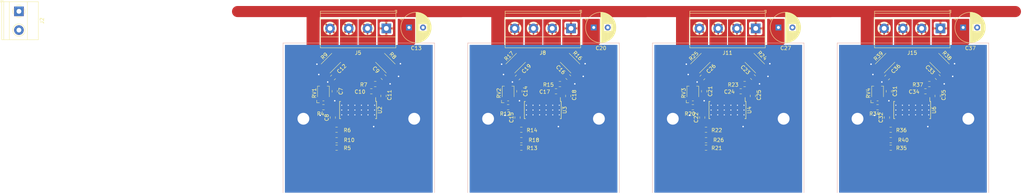
<source format=kicad_pcb>
(kicad_pcb (version 20171130) (host pcbnew "(5.1.4)-1")
  (layers (0 F.Cu signal) (31 B.Cu signal hide) (34 B.Paste user) (35 F.Paste user) (36 B.SilkS user) (37 F.SilkS user) (38 B.Mask user) (39 F.Mask user) (44 Edge.Cuts user))
  (net 0 "")
  (net 1 GND)
  (net 2 +24V)
  (net 3 +3V3USB)
  (net 4 "Net-(C7-Pad1)")
  (net 5 "Net-(C10-Pad2)")
  (net 6 "Net-(C11-Pad1)")
  (net 7 "Net-(C11-Pad2)")
  (net 8 /X/D)
  (net 9 /X/B)
  (net 10 /X/C)
  (net 11 /X/A)
  (net 12 "Net-(R4-Pad1)")
  (net 13 /IO/D3)
  (net 14 /IO/D4)
  (net 15 "Net-(R8-Pad2)")
  (net 16 "Net-(R9-Pad1)")
  (net 17 /uP/FAULT_X)
  (net 18 /X/~HOME~)
  (net 19 /X/DECAY)
  (net 20 /X/DIR)
  (net 21 /X/STEP)
  (net 22 "Net-(U2-Pad23)")
  (net 23 /IO/D0)
  (net 24 /IO/D1)
  (net 25 /IO/D2)
  (module Capacitor_SMD:C_0805_2012Metric (layer F.Cu) (at 241.498347 50.782247 315)
    (fp_text reference C23 (at -2.879108 0.048437 135) (layer F.SilkS))
    (fp_text value 100nF)
    (pad 2 smd roundrect (at 0.9375 0 315) (size 0.975 1.4) (layers F.Cu F.Paste F.Mask))
    (pad 1 smd roundrect (at -0.9375 0 315) (size 0.975 1.4) (layers F.Cu F.Paste F.Mask))
  )
  (module Capacitor_SMD:C_0805_2012Metric (layer F.Cu) (at 227.81026 50.87366 225)
    (fp_text reference C26 (at -3.319159 0 225) (layer F.SilkS))
    (fp_text value 100nF)
    (pad 1 smd roundrect (at -0.9375 0 225) (size 0.975 1.4) (layers F.Cu F.Paste F.Mask))
    (pad 2 smd roundrect (at 0.9375 0 225) (size 0.975 1.4) (layers F.Cu F.Paste F.Mask))
  )
  (module Capacitor_SMD:C_0805_2012Metric (layer F.Cu) (at 241.478 55.88 90)
    (fp_text reference C25 (at 0.24134 1.63326 90) (layer F.SilkS))
    (fp_text value "10nF 50V")
    (pad 2 smd roundrect (at 0.9375 0 90) (size 0.975 1.4) (layers F.Cu F.Paste F.Mask))
    (pad 1 smd roundrect (at -0.9375 0 90) (size 0.975 1.4) (layers F.Cu F.Paste F.Mask))
  )
  (module Capacitor_SMD:C_0805_2012Metric (layer F.Cu) (at 227.762 61.722 90)
    (fp_text reference C22 (at 0 -1.65 90) (layer F.SilkS))
    (fp_text value 470nF)
    (pad 1 smd roundrect (at -0.9375 0 90) (size 0.975 1.4) (layers F.Cu F.Paste F.Mask))
    (pad 2 smd roundrect (at 0.9375 0 90) (size 0.975 1.4) (layers F.Cu F.Paste F.Mask))
  )
  (module Capacitor_SMD:C_0805_2012Metric (layer F.Cu) (at 228.27 54.61 270)
    (fp_text reference C21 (at 0 -1.65 270) (layer F.SilkS))
    (fp_text value "2.2uF 6.3V")
    (pad 2 smd roundrect (at 0.9375 0 270) (size 0.975 1.4) (layers F.Cu F.Paste F.Mask))
    (pad 1 smd roundrect (at -0.9375 0 270) (size 0.975 1.4) (layers F.Cu F.Paste F.Mask))
  )
  (module Capacitor_SMD:C_0805_2012Metric (layer F.Cu) (at 238.176 54.61)
    (fp_text reference C24 (at -3.06574 0.13966) (layer F.SilkS))
    (fp_text value 100nF)
    (pad 2 smd roundrect (at 0.9375 0) (size 0.975 1.4) (layers F.Cu F.Paste F.Mask))
    (pad 1 smd roundrect (at -0.9375 0) (size 0.975 1.4) (layers F.Cu F.Paste F.Mask))
  )
  (module Package_SO:HTSSOP-28-1EP_4.4x9.7mm_P0.65mm_EP3.4x9.5mm_ThermalVias (layer F.Cu) (at 234.62 59.69 270)
    (fp_text reference U4 (at 0 -5.9 270) (layer F.SilkS))
    (fp_text value DRV8825)
    (pad 29 smd rect (at 0 0 270) (size 3.4 9.5) (layers B.Cu))
    (pad 29 thru_hole circle (at -1.3 4.45 270) (size 0.6 0.6) (drill 0.3) (layers *.Cu))
    (pad 29 thru_hole circle (at 0 4.45 270) (size 0.6 0.6) (drill 0.3) (layers *.Cu))
    (pad 29 thru_hole circle (at 1.3 4.45 270) (size 0.6 0.6) (drill 0.3) (layers *.Cu))
    (pad 29 thru_hole circle (at -1.3 2.67 270) (size 0.6 0.6) (drill 0.3) (layers *.Cu))
    (pad 29 thru_hole circle (at 0 2.67 270) (size 0.6 0.6) (drill 0.3) (layers *.Cu))
    (pad 29 thru_hole circle (at 1.3 2.67 270) (size 0.6 0.6) (drill 0.3) (layers *.Cu))
    (pad 29 thru_hole circle (at -1.3 0.89 270) (size 0.6 0.6) (drill 0.3) (layers *.Cu))
    (pad 29 thru_hole circle (at 0 0.89 270) (size 0.6 0.6) (drill 0.3) (layers *.Cu))
    (pad 29 thru_hole circle (at 1.3 0.89 270) (size 0.6 0.6) (drill 0.3) (layers *.Cu))
    (pad 29 thru_hole circle (at -1.3 -0.89 270) (size 0.6 0.6) (drill 0.3) (layers *.Cu))
    (pad 29 thru_hole circle (at 0 -0.89 270) (size 0.6 0.6) (drill 0.3) (layers *.Cu))
    (pad 29 thru_hole circle (at 1.3 -0.89 270) (size 0.6 0.6) (drill 0.3) (layers *.Cu))
    (pad 29 thru_hole circle (at -1.3 -2.67 270) (size 0.6 0.6) (drill 0.3) (layers *.Cu))
    (pad 29 thru_hole circle (at 0 -2.67 270) (size 0.6 0.6) (drill 0.3) (layers *.Cu))
    (pad 29 thru_hole circle (at 1.3 -2.67 270) (size 0.6 0.6) (drill 0.3) (layers *.Cu))
    (pad 29 thru_hole circle (at 1.3 -4.45 270) (size 0.6 0.6) (drill 0.3) (layers *.Cu))
    (pad 29 thru_hole circle (at 0 -4.45 270) (size 0.6 0.6) (drill 0.3) (layers *.Cu))
    (pad 29 thru_hole circle (at -1.3 -4.45 270) (size 0.6 0.6) (drill 0.3) (layers *.Cu))
    (pad 29 smd rect (at 0 0 270) (size 3.4 9.5) (layers F.Cu F.Mask))
    (pad 28 smd rect (at 2.85 -4.225 270) (size 1.1 0.4) (layers F.Cu F.Paste F.Mask))
    (pad 27 smd rect (at 2.85 -3.575 270) (size 1.1 0.4) (layers F.Cu F.Paste F.Mask))
    (pad 26 smd rect (at 2.85 -2.925 270) (size 1.1 0.4) (layers F.Cu F.Paste F.Mask))
    (pad 25 smd rect (at 2.85 -2.275 270) (size 1.1 0.4) (layers F.Cu F.Paste F.Mask))
    (pad 24 smd rect (at 2.85 -1.625 270) (size 1.1 0.4) (layers F.Cu F.Paste F.Mask))
    (pad 23 smd rect (at 2.85 -0.975 270) (size 1.1 0.4) (layers F.Cu F.Paste F.Mask))
    (pad 22 smd rect (at 2.85 -0.325 270) (size 1.1 0.4) (layers F.Cu F.Paste F.Mask))
    (pad 21 smd rect (at 2.85 0.325 270) (size 1.1 0.4) (layers F.Cu F.Paste F.Mask))
    (pad 20 smd rect (at 2.85 0.975 270) (size 1.1 0.4) (layers F.Cu F.Paste F.Mask))
    (pad 19 smd rect (at 2.85 1.625 270) (size 1.1 0.4) (layers F.Cu F.Paste F.Mask))
    (pad 18 smd rect (at 2.85 2.275 270) (size 1.1 0.4) (layers F.Cu F.Paste F.Mask))
    (pad 17 smd rect (at 2.85 2.925 270) (size 1.1 0.4) (layers F.Cu F.Paste F.Mask))
    (pad 16 smd rect (at 2.85 3.575 270) (size 1.1 0.4) (layers F.Cu F.Paste F.Mask))
    (pad 15 smd rect (at 2.85 4.225 270) (size 1.1 0.4) (layers F.Cu F.Paste F.Mask))
    (pad 14 smd rect (at -2.85 4.225 270) (size 1.1 0.4) (layers F.Cu F.Paste F.Mask))
    (pad 13 smd rect (at -2.85 3.575 270) (size 1.1 0.4) (layers F.Cu F.Paste F.Mask))
    (pad 12 smd rect (at -2.85 2.925 270) (size 1.1 0.4) (layers F.Cu F.Paste F.Mask))
    (pad 11 smd rect (at -2.85 2.275 270) (size 1.1 0.4) (layers F.Cu F.Paste F.Mask))
    (pad 10 smd rect (at -2.85 1.625 270) (size 1.1 0.4) (layers F.Cu F.Paste F.Mask))
    (pad 9 smd rect (at -2.85 0.975 270) (size 1.1 0.4) (layers F.Cu F.Paste F.Mask))
    (pad 8 smd rect (at -2.85 0.325 270) (size 1.1 0.4) (layers F.Cu F.Paste F.Mask))
    (pad 7 smd rect (at -2.85 -0.325 270) (size 1.1 0.4) (layers F.Cu F.Paste F.Mask))
    (pad 6 smd rect (at -2.85 -0.975 270) (size 1.1 0.4) (layers F.Cu F.Paste F.Mask))
    (pad 5 smd rect (at -2.85 -1.625 270) (size 1.1 0.4) (layers F.Cu F.Paste F.Mask))
    (pad 4 smd rect (at -2.85 -2.275 270) (size 1.1 0.4) (layers F.Cu F.Paste F.Mask))
    (pad 3 smd rect (at -2.85 -2.925 270) (size 1.1 0.4) (layers F.Cu F.Paste F.Mask))
    (pad 2 smd rect (at -2.85 -3.575 270) (size 1.1 0.4) (layers F.Cu F.Paste F.Mask))
    (pad 1 smd rect (at -2.85 -4.225 270) (size 1.1 0.4) (layers F.Cu F.Paste F.Mask))
  )
  (module Potentiometer_SMD:Potentiometer_Bourns_TC33X_Vertical (layer F.Cu) (at 225.222 55.118 90)
    (fp_text reference RV3 (at 0 -2.5 90) (layer F.SilkS))
    (fp_text value 1K)
    (pad 1 smd rect (at -1.8 -1 90) (size 1.2 1.2) (layers F.Cu F.Paste F.Mask))
    (pad 3 smd rect (at -1.8 1 90) (size 1.2 1.2) (layers F.Cu F.Paste F.Mask))
    (pad 2 smd rect (at 1.45 0 90) (size 1.5 1.6) (layers F.Cu F.Paste F.Mask))
  )
  (module "MyLibKicad:BGA STD 115" (layer B.Cu) (at 234.79526 62.04966)
    (fp_text reference HS3 (at 0 22) (layer B.SilkS) (effects (justify mirror)))
    (fp_text value Heatsink_Pad)
    (pad 1 thru_hole circle (at -15 0) (size 7 7) (drill 3.2) (layers *.Cu *.Mask))
    (pad 1 thru_hole circle (at 15 0) (size 7 7) (drill 3.2) (layers *.Cu *.Mask))
    (pad 1 smd rect (at 0 0) (size 40 40) (layers B.Cu B.Mask))
  )
  (module Capacitor_THT:CP_Radial_D8.0mm_P3.80mm (layer F.Cu) (at 248.38426 37.34816)
    (fp_text reference C27 (at 1.966 5.5905) (layer F.SilkS))
    (fp_text value "100uF 50V")
    (pad 2 thru_hole circle (at 3.8 0) (size 1.6 1.6) (drill 0.8) (layers *.Cu *.Mask))
    (pad 1 thru_hole rect (at 0 0) (size 1.6 1.6) (drill 0.8) (layers *.Cu *.Mask))
  )
  (module Capacitor_SMD:C_0805_2012Metric (layer F.Cu) (at 291.498347 50.782247 315)
    (fp_text reference C33 (at -2.879108 0.048437 135) (layer F.SilkS))
    (fp_text value 100nF)
    (pad 1 smd roundrect (at -0.9375 0 315) (size 0.975 1.4) (layers F.Cu F.Paste F.Mask))
    (pad 2 smd roundrect (at 0.9375 0 315) (size 0.975 1.4) (layers F.Cu F.Paste F.Mask))
  )
  (module Capacitor_SMD:C_0805_2012Metric (layer F.Cu) (at 277.81026 50.87366 225)
    (fp_text reference C36 (at -3.319159 0 225) (layer F.SilkS))
    (fp_text value 100nF)
    (pad 2 smd roundrect (at 0.9375 0 225) (size 0.975 1.4) (layers F.Cu F.Paste F.Mask))
    (pad 1 smd roundrect (at -0.9375 0 225) (size 0.975 1.4) (layers F.Cu F.Paste F.Mask))
  )
  (module Capacitor_SMD:C_0805_2012Metric (layer F.Cu) (at 291.478 55.88 90)
    (fp_text reference C35 (at 0.24134 1.63326 90) (layer F.SilkS))
    (fp_text value "10nF 50V")
    (pad 1 smd roundrect (at -0.9375 0 90) (size 0.975 1.4) (layers F.Cu F.Paste F.Mask))
    (pad 2 smd roundrect (at 0.9375 0 90) (size 0.975 1.4) (layers F.Cu F.Paste F.Mask))
  )
  (module Capacitor_THT:CP_Radial_D8.0mm_P3.80mm (layer F.Cu) (at 298.38426 37.34816)
    (fp_text reference C37 (at 1.966 5.5905) (layer F.SilkS))
    (fp_text value "100uF 50V")
    (pad 1 thru_hole rect (at 0 0) (size 1.6 1.6) (drill 0.8) (layers *.Cu *.Mask))
    (pad 2 thru_hole circle (at 3.8 0) (size 1.6 1.6) (drill 0.8) (layers *.Cu *.Mask))
  )
  (module TerminalBlock_Phoenix:TerminalBlock_Phoenix_MKDS-1,5-4-5.08_1x04_P5.08mm_Horizontal (layer F.Cu) (at 292.24 37.592 180)
    (fp_text reference J15 (at 7.63774 -6.61666) (layer F.SilkS))
    (fp_text value BORNIER4)
    (pad 4 thru_hole circle (at 15.24 0 180) (size 2.6 2.6) (drill 1.3) (layers *.Cu *.Mask))
    (pad 3 thru_hole circle (at 10.16 0 180) (size 2.6 2.6) (drill 1.3) (layers *.Cu *.Mask))
    (pad 2 thru_hole circle (at 5.08 0 180) (size 2.6 2.6) (drill 1.3) (layers *.Cu *.Mask))
    (pad 1 thru_hole rect (at 0 0 180) (size 2.6 2.6) (drill 1.3) (layers *.Cu *.Mask))
  )
  (module Resistor_SMD:R_2512_6332Metric_Pad1.52x3.35mm_HandSolder (layer F.Cu) (at 291.986 46.99 135)
    (fp_text reference R38 (at 0.003592 2.852186 315) (layer F.SilkS))
    (fp_text value 0.25R)
    (pad 2 smd roundrect (at 2.9875 0 135) (size 1.525 3.35) (layers F.Cu F.Paste F.Mask) (roundrect_rratio 0.163934))
    (pad 1 smd roundrect (at -2.9875 0 135) (size 1.525 3.35) (layers F.Cu F.Paste F.Mask) (roundrect_rratio 0.163934))
  )
  (module Resistor_SMD:R_0805_2012Metric_Pad1.15x1.40mm_HandSolder (layer F.Cu) (at 289.24026 52.65166)
    (fp_text reference R37 (at -3.114 0.193) (layer F.SilkS))
    (fp_text value 1M)
    (pad 2 smd roundrect (at 1.025 0) (size 1.15 1.4) (layers F.Cu F.Paste F.Mask) (roundrect_rratio 0.217391))
    (pad 1 smd roundrect (at -1.025 0) (size 1.15 1.4) (layers F.Cu F.Paste F.Mask) (roundrect_rratio 0.217391))
  )
  (module Potentiometer_SMD:Potentiometer_Bourns_TC33X_Vertical (layer F.Cu) (at 275.222 55.118 90)
    (fp_text reference RV4 (at 0 -2.5 90) (layer F.SilkS))
    (fp_text value 1K)
    (pad 2 smd rect (at 1.45 0 90) (size 1.5 1.6) (layers F.Cu F.Paste F.Mask))
    (pad 3 smd rect (at -1.8 1 90) (size 1.2 1.2) (layers F.Cu F.Paste F.Mask))
    (pad 1 smd rect (at -1.8 -1 90) (size 1.2 1.2) (layers F.Cu F.Paste F.Mask))
  )
  (module Capacitor_SMD:C_0805_2012Metric (layer F.Cu) (at 278.27 54.61 270)
    (fp_text reference C31 (at 0 -1.65 270) (layer F.SilkS))
    (fp_text value "2.2uF 6.3V")
    (pad 1 smd roundrect (at -0.9375 0 270) (size 0.975 1.4) (layers F.Cu F.Paste F.Mask))
    (pad 2 smd roundrect (at 0.9375 0 270) (size 0.975 1.4) (layers F.Cu F.Paste F.Mask))
  )
  (module Capacitor_SMD:C_0805_2012Metric (layer F.Cu) (at 277.762 61.722 90)
    (fp_text reference C32 (at 0 -1.65 90) (layer F.SilkS))
    (fp_text value 470nF)
    (pad 2 smd roundrect (at 0.9375 0 90) (size 0.975 1.4) (layers F.Cu F.Paste F.Mask))
    (pad 1 smd roundrect (at -0.9375 0 90) (size 0.975 1.4) (layers F.Cu F.Paste F.Mask))
  )
  (module Capacitor_SMD:C_0805_2012Metric (layer F.Cu) (at 288.176 54.61)
    (fp_text reference C34 (at -3.06574 0.13966) (layer F.SilkS))
    (fp_text value 100nF)
    (pad 1 smd roundrect (at -0.9375 0) (size 0.975 1.4) (layers F.Cu F.Paste F.Mask))
    (pad 2 smd roundrect (at 0.9375 0) (size 0.975 1.4) (layers F.Cu F.Paste F.Mask))
  )
  (module "MyLibKicad:BGA STD 115" (layer B.Cu) (at 284.79526 62.04966)
    (fp_text reference HS4 (at 0 22) (layer B.SilkS) (effects (justify mirror)))
    (fp_text value Heatsink_Pad)
    (pad 1 smd rect (at 0 0) (size 40 40) (layers B.Cu B.Mask))
    (pad 1 thru_hole circle (at 15 0) (size 7 7) (drill 3.2) (layers *.Cu *.Mask))
    (pad 1 thru_hole circle (at -15 0) (size 7 7) (drill 3.2) (layers *.Cu *.Mask))
  )
  (module Resistor_SMD:R_0805_2012Metric_Pad1.15x1.40mm_HandSolder (layer F.Cu) (at 275.222 58.928 180)
    (fp_text reference R34 (at 0.77974 -1.79066 180) (layer F.SilkS))
    (fp_text value 470R)
    (pad 1 smd roundrect (at -1.025 0 180) (size 1.15 1.4) (layers F.Cu F.Paste F.Mask) (roundrect_rratio 0.217391))
    (pad 2 smd roundrect (at 1.025 0 180) (size 1.15 1.4) (layers F.Cu F.Paste F.Mask) (roundrect_rratio 0.217391))
  )
  (module Resistor_SMD:R_0805_2012Metric_Pad1.15x1.40mm_HandSolder (layer F.Cu) (at 278.778 65.024)
    (fp_text reference R36 (at 2.90326 0.13966) (layer F.SilkS))
    (fp_text value 10K)
    (pad 1 smd roundrect (at -1.025 0) (size 1.15 1.4) (layers F.Cu F.Paste F.Mask) (roundrect_rratio 0.217391))
    (pad 2 smd roundrect (at 1.025 0) (size 1.15 1.4) (layers F.Cu F.Paste F.Mask) (roundrect_rratio 0.217391))
  )
  (module Resistor_SMD:R_0805_2012Metric_Pad1.15x1.40mm_HandSolder (layer F.Cu) (at 278.7907 69.88302)
    (fp_text reference R35 (at 2.89056 0.10664) (layer F.SilkS))
    (fp_text value 10K)
    (pad 1 smd roundrect (at -1.025 0) (size 1.15 1.4) (layers F.Cu F.Paste F.Mask) (roundrect_rratio 0.217391))
    (pad 2 smd roundrect (at 1.025 0) (size 1.15 1.4) (layers F.Cu F.Paste F.Mask) (roundrect_rratio 0.217391))
  )
  (module Resistor_SMD:R_0805_2012Metric_Pad1.15x1.40mm_HandSolder (layer F.Cu) (at 278.7907 67.85102)
    (fp_text reference R40 (at 3.39856 -0.02036) (layer F.SilkS))
    (fp_text value 10K)
    (pad 1 smd roundrect (at -1.025 0) (size 1.15 1.4) (layers F.Cu F.Paste F.Mask) (roundrect_rratio 0.217391))
    (pad 2 smd roundrect (at 1.025 0) (size 1.15 1.4) (layers F.Cu F.Paste F.Mask) (roundrect_rratio 0.217391))
  )
  (module Package_SO:HTSSOP-28-1EP_4.4x9.7mm_P0.65mm_EP3.4x9.5mm_ThermalVias (layer F.Cu) (at 284.62 59.69 270)
    (fp_text reference U6 (at 0 -5.9 270) (layer F.SilkS))
    (fp_text value DRV8825)
    (pad 1 smd rect (at -2.85 -4.225 270) (size 1.1 0.4) (layers F.Cu F.Paste F.Mask))
    (pad 2 smd rect (at -2.85 -3.575 270) (size 1.1 0.4) (layers F.Cu F.Paste F.Mask))
    (pad 3 smd rect (at -2.85 -2.925 270) (size 1.1 0.4) (layers F.Cu F.Paste F.Mask))
    (pad 4 smd rect (at -2.85 -2.275 270) (size 1.1 0.4) (layers F.Cu F.Paste F.Mask))
    (pad 5 smd rect (at -2.85 -1.625 270) (size 1.1 0.4) (layers F.Cu F.Paste F.Mask))
    (pad 6 smd rect (at -2.85 -0.975 270) (size 1.1 0.4) (layers F.Cu F.Paste F.Mask))
    (pad 7 smd rect (at -2.85 -0.325 270) (size 1.1 0.4) (layers F.Cu F.Paste F.Mask))
    (pad 8 smd rect (at -2.85 0.325 270) (size 1.1 0.4) (layers F.Cu F.Paste F.Mask))
    (pad 9 smd rect (at -2.85 0.975 270) (size 1.1 0.4) (layers F.Cu F.Paste F.Mask))
    (pad 10 smd rect (at -2.85 1.625 270) (size 1.1 0.4) (layers F.Cu F.Paste F.Mask))
    (pad 11 smd rect (at -2.85 2.275 270) (size 1.1 0.4) (layers F.Cu F.Paste F.Mask))
    (pad 12 smd rect (at -2.85 2.925 270) (size 1.1 0.4) (layers F.Cu F.Paste F.Mask))
    (pad 13 smd rect (at -2.85 3.575 270) (size 1.1 0.4) (layers F.Cu F.Paste F.Mask))
    (pad 14 smd rect (at -2.85 4.225 270) (size 1.1 0.4) (layers F.Cu F.Paste F.Mask))
    (pad 15 smd rect (at 2.85 4.225 270) (size 1.1 0.4) (layers F.Cu F.Paste F.Mask))
    (pad 16 smd rect (at 2.85 3.575 270) (size 1.1 0.4) (layers F.Cu F.Paste F.Mask))
    (pad 17 smd rect (at 2.85 2.925 270) (size 1.1 0.4) (layers F.Cu F.Paste F.Mask))
    (pad 18 smd rect (at 2.85 2.275 270) (size 1.1 0.4) (layers F.Cu F.Paste F.Mask))
    (pad 19 smd rect (at 2.85 1.625 270) (size 1.1 0.4) (layers F.Cu F.Paste F.Mask))
    (pad 20 smd rect (at 2.85 0.975 270) (size 1.1 0.4) (layers F.Cu F.Paste F.Mask))
    (pad 21 smd rect (at 2.85 0.325 270) (size 1.1 0.4) (layers F.Cu F.Paste F.Mask))
    (pad 22 smd rect (at 2.85 -0.325 270) (size 1.1 0.4) (layers F.Cu F.Paste F.Mask))
    (pad 23 smd rect (at 2.85 -0.975 270) (size 1.1 0.4) (layers F.Cu F.Paste F.Mask))
    (pad 24 smd rect (at 2.85 -1.625 270) (size 1.1 0.4) (layers F.Cu F.Paste F.Mask))
    (pad 25 smd rect (at 2.85 -2.275 270) (size 1.1 0.4) (layers F.Cu F.Paste F.Mask))
    (pad 26 smd rect (at 2.85 -2.925 270) (size 1.1 0.4) (layers F.Cu F.Paste F.Mask))
    (pad 27 smd rect (at 2.85 -3.575 270) (size 1.1 0.4) (layers F.Cu F.Paste F.Mask))
    (pad 28 smd rect (at 2.85 -4.225 270) (size 1.1 0.4) (layers F.Cu F.Paste F.Mask))
    (pad 29 smd rect (at 0 0 270) (size 3.4 9.5) (layers F.Cu F.Mask))
    (pad 29 thru_hole circle (at -1.3 -4.45 270) (size 0.6 0.6) (drill 0.3) (layers *.Cu))
    (pad 29 thru_hole circle (at 0 -4.45 270) (size 0.6 0.6) (drill 0.3) (layers *.Cu))
    (pad 29 thru_hole circle (at 1.3 -4.45 270) (size 0.6 0.6) (drill 0.3) (layers *.Cu))
    (pad 29 thru_hole circle (at 1.3 -2.67 270) (size 0.6 0.6) (drill 0.3) (layers *.Cu))
    (pad 29 thru_hole circle (at 0 -2.67 270) (size 0.6 0.6) (drill 0.3) (layers *.Cu))
    (pad 29 thru_hole circle (at -1.3 -2.67 270) (size 0.6 0.6) (drill 0.3) (layers *.Cu))
    (pad 29 thru_hole circle (at 1.3 -0.89 270) (size 0.6 0.6) (drill 0.3) (layers *.Cu))
    (pad 29 thru_hole circle (at 0 -0.89 270) (size 0.6 0.6) (drill 0.3) (layers *.Cu))
    (pad 29 thru_hole circle (at -1.3 -0.89 270) (size 0.6 0.6) (drill 0.3) (layers *.Cu))
    (pad 29 thru_hole circle (at 1.3 0.89 270) (size 0.6 0.6) (drill 0.3) (layers *.Cu))
    (pad 29 thru_hole circle (at 0 0.89 270) (size 0.6 0.6) (drill 0.3) (layers *.Cu))
    (pad 29 thru_hole circle (at -1.3 0.89 270) (size 0.6 0.6) (drill 0.3) (layers *.Cu))
    (pad 29 thru_hole circle (at 1.3 2.67 270) (size 0.6 0.6) (drill 0.3) (layers *.Cu))
    (pad 29 thru_hole circle (at 0 2.67 270) (size 0.6 0.6) (drill 0.3) (layers *.Cu))
    (pad 29 thru_hole circle (at -1.3 2.67 270) (size 0.6 0.6) (drill 0.3) (layers *.Cu))
    (pad 29 thru_hole circle (at 1.3 4.45 270) (size 0.6 0.6) (drill 0.3) (layers *.Cu))
    (pad 29 thru_hole circle (at 0 4.45 270) (size 0.6 0.6) (drill 0.3) (layers *.Cu))
    (pad 29 thru_hole circle (at -1.3 4.45 270) (size 0.6 0.6) (drill 0.3) (layers *.Cu))
    (pad 29 smd rect (at 0 0 270) (size 3.4 9.5) (layers B.Cu))
  )
  (module Resistor_SMD:R_2512_6332Metric_Pad1.52x3.35mm_HandSolder (layer F.Cu) (at 277.254 46.99 225)
    (fp_text reference R39 (at -0.068307 2.607866 225) (layer F.SilkS))
    (fp_text value 0.25R)
    (pad 1 smd roundrect (at -2.9875 0 225) (size 1.525 3.35) (layers F.Cu F.Paste F.Mask) (roundrect_rratio 0.163934))
    (pad 2 smd roundrect (at 2.9875 0 225) (size 1.525 3.35) (layers F.Cu F.Paste F.Mask) (roundrect_rratio 0.163934))
  )
  (module TerminalBlock_Phoenix:TerminalBlock_Phoenix_MKDS-1,5-4-5.08_1x04_P5.08mm_Horizontal (layer F.Cu) (at 242.24 37.592 180)
    (fp_text reference J11 (at 7.63774 -6.61666) (layer F.SilkS))
    (fp_text value BORNIER4)
    (pad 1 thru_hole rect (at 0 0 180) (size 2.6 2.6) (drill 1.3) (layers *.Cu *.Mask))
    (pad 2 thru_hole circle (at 5.08 0 180) (size 2.6 2.6) (drill 1.3) (layers *.Cu *.Mask))
    (pad 3 thru_hole circle (at 10.16 0 180) (size 2.6 2.6) (drill 1.3) (layers *.Cu *.Mask))
    (pad 4 thru_hole circle (at 15.24 0 180) (size 2.6 2.6) (drill 1.3) (layers *.Cu *.Mask))
  )
  (module Resistor_SMD:R_2512_6332Metric_Pad1.52x3.35mm_HandSolder (layer F.Cu) (at 241.986 46.99 135)
    (fp_text reference R24 (at 0.003592 2.852186 315) (layer F.SilkS))
    (fp_text value 0.25R)
    (pad 1 smd roundrect (at -2.9875 0 135) (size 1.525 3.35) (layers F.Cu F.Paste F.Mask) (roundrect_rratio 0.163934))
    (pad 2 smd roundrect (at 2.9875 0 135) (size 1.525 3.35) (layers F.Cu F.Paste F.Mask) (roundrect_rratio 0.163934))
  )
  (module Resistor_SMD:R_0805_2012Metric_Pad1.15x1.40mm_HandSolder (layer F.Cu) (at 228.7907 69.88302)
    (fp_text reference R21 (at 2.89056 0.10664) (layer F.SilkS))
    (fp_text value 10K)
    (pad 2 smd roundrect (at 1.025 0) (size 1.15 1.4) (layers F.Cu F.Paste F.Mask) (roundrect_rratio 0.217391))
    (pad 1 smd roundrect (at -1.025 0) (size 1.15 1.4) (layers F.Cu F.Paste F.Mask) (roundrect_rratio 0.217391))
  )
  (module Resistor_SMD:R_0805_2012Metric_Pad1.15x1.40mm_HandSolder (layer F.Cu) (at 225.222 58.928 180)
    (fp_text reference R20 (at 0.77974 -1.79066 180) (layer F.SilkS))
    (fp_text value 470R)
    (pad 2 smd roundrect (at 1.025 0 180) (size 1.15 1.4) (layers F.Cu F.Paste F.Mask) (roundrect_rratio 0.217391))
    (pad 1 smd roundrect (at -1.025 0 180) (size 1.15 1.4) (layers F.Cu F.Paste F.Mask) (roundrect_rratio 0.217391))
  )
  (module Resistor_SMD:R_0805_2012Metric_Pad1.15x1.40mm_HandSolder (layer F.Cu) (at 239.24026 52.65166)
    (fp_text reference R23 (at -3.114 0.193) (layer F.SilkS))
    (fp_text value 1M)
    (pad 1 smd roundrect (at -1.025 0) (size 1.15 1.4) (layers F.Cu F.Paste F.Mask) (roundrect_rratio 0.217391))
    (pad 2 smd roundrect (at 1.025 0) (size 1.15 1.4) (layers F.Cu F.Paste F.Mask) (roundrect_rratio 0.217391))
  )
  (module Resistor_SMD:R_0805_2012Metric_Pad1.15x1.40mm_HandSolder (layer F.Cu) (at 228.7907 67.85102)
    (fp_text reference R26 (at 3.39856 -0.02036) (layer F.SilkS))
    (fp_text value 10K)
    (pad 2 smd roundrect (at 1.025 0) (size 1.15 1.4) (layers F.Cu F.Paste F.Mask) (roundrect_rratio 0.217391))
    (pad 1 smd roundrect (at -1.025 0) (size 1.15 1.4) (layers F.Cu F.Paste F.Mask) (roundrect_rratio 0.217391))
  )
  (module Resistor_SMD:R_0805_2012Metric_Pad1.15x1.40mm_HandSolder (layer F.Cu) (at 228.778 65.024)
    (fp_text reference R22 (at 2.90326 0.13966) (layer F.SilkS))
    (fp_text value 10K)
    (pad 2 smd roundrect (at 1.025 0) (size 1.15 1.4) (layers F.Cu F.Paste F.Mask) (roundrect_rratio 0.217391))
    (pad 1 smd roundrect (at -1.025 0) (size 1.15 1.4) (layers F.Cu F.Paste F.Mask) (roundrect_rratio 0.217391))
  )
  (module Resistor_SMD:R_2512_6332Metric_Pad1.52x3.35mm_HandSolder (layer F.Cu) (at 227.254 46.99 225)
    (fp_text reference R25 (at -0.068307 2.607866 225) (layer F.SilkS))
    (fp_text value 0.25R)
    (pad 2 smd roundrect (at 2.9875 0 225) (size 1.525 3.35) (layers F.Cu F.Paste F.Mask) (roundrect_rratio 0.163934))
    (pad 1 smd roundrect (at -2.9875 0 225) (size 1.525 3.35) (layers F.Cu F.Paste F.Mask) (roundrect_rratio 0.163934))
  )
  (module Capacitor_SMD:C_0805_2012Metric (layer F.Cu) (at 191.498347 50.782247 315)
    (fp_text reference C16 (at -2.879108 0.048437 135) (layer F.SilkS))
    (fp_text value 100nF)
    (pad 2 smd roundrect (at 0.9375 0 315) (size 0.975 1.4) (layers F.Cu F.Paste F.Mask))
    (pad 1 smd roundrect (at -0.9375 0 315) (size 0.975 1.4) (layers F.Cu F.Paste F.Mask))
  )
  (module Capacitor_SMD:C_0805_2012Metric (layer F.Cu) (at 177.81026 50.87366 225)
    (fp_text reference C19 (at -3.319159 0 225) (layer F.SilkS))
    (fp_text value 100nF)
    (pad 1 smd roundrect (at -0.9375 0 225) (size 0.975 1.4) (layers F.Cu F.Paste F.Mask))
    (pad 2 smd roundrect (at 0.9375 0 225) (size 0.975 1.4) (layers F.Cu F.Paste F.Mask))
  )
  (module Capacitor_SMD:C_0805_2012Metric (layer F.Cu) (at 191.478 55.88 90)
    (fp_text reference C18 (at 0.24134 1.63326 90) (layer F.SilkS))
    (fp_text value "10nF 50V")
    (pad 2 smd roundrect (at 0.9375 0 90) (size 0.975 1.4) (layers F.Cu F.Paste F.Mask))
    (pad 1 smd roundrect (at -0.9375 0 90) (size 0.975 1.4) (layers F.Cu F.Paste F.Mask))
  )
  (module Capacitor_SMD:C_0805_2012Metric (layer F.Cu) (at 177.762 61.722 90)
    (fp_text reference C15 (at 0 -1.65 90) (layer F.SilkS))
    (fp_text value 470nF)
    (pad 1 smd roundrect (at -0.9375 0 90) (size 0.975 1.4) (layers F.Cu F.Paste F.Mask))
    (pad 2 smd roundrect (at 0.9375 0 90) (size 0.975 1.4) (layers F.Cu F.Paste F.Mask))
  )
  (module Capacitor_SMD:C_0805_2012Metric (layer F.Cu) (at 178.27 54.61 270)
    (fp_text reference C14 (at 0 -1.65 270) (layer F.SilkS))
    (fp_text value "2.2uF 6.3V")
    (pad 2 smd roundrect (at 0.9375 0 270) (size 0.975 1.4) (layers F.Cu F.Paste F.Mask))
    (pad 1 smd roundrect (at -0.9375 0 270) (size 0.975 1.4) (layers F.Cu F.Paste F.Mask))
  )
  (module Capacitor_SMD:C_0805_2012Metric (layer F.Cu) (at 188.176 54.61)
    (fp_text reference C17 (at -3.06574 0.13966) (layer F.SilkS))
    (fp_text value 100nF)
    (pad 2 smd roundrect (at 0.9375 0) (size 0.975 1.4) (layers F.Cu F.Paste F.Mask))
    (pad 1 smd roundrect (at -0.9375 0) (size 0.975 1.4) (layers F.Cu F.Paste F.Mask))
  )
  (module Package_SO:HTSSOP-28-1EP_4.4x9.7mm_P0.65mm_EP3.4x9.5mm_ThermalVias (layer F.Cu) (at 184.62 59.69 270)
    (fp_text reference U3 (at 0 -5.9 270) (layer F.SilkS))
    (fp_text value DRV8825)
    (pad 29 smd rect (at 0 0 270) (size 3.4 9.5) (layers B.Cu))
    (pad 29 thru_hole circle (at -1.3 4.45 270) (size 0.6 0.6) (drill 0.3) (layers *.Cu))
    (pad 29 thru_hole circle (at 0 4.45 270) (size 0.6 0.6) (drill 0.3) (layers *.Cu))
    (pad 29 thru_hole circle (at 1.3 4.45 270) (size 0.6 0.6) (drill 0.3) (layers *.Cu))
    (pad 29 thru_hole circle (at -1.3 2.67 270) (size 0.6 0.6) (drill 0.3) (layers *.Cu))
    (pad 29 thru_hole circle (at 0 2.67 270) (size 0.6 0.6) (drill 0.3) (layers *.Cu))
    (pad 29 thru_hole circle (at 1.3 2.67 270) (size 0.6 0.6) (drill 0.3) (layers *.Cu))
    (pad 29 thru_hole circle (at -1.3 0.89 270) (size 0.6 0.6) (drill 0.3) (layers *.Cu))
    (pad 29 thru_hole circle (at 0 0.89 270) (size 0.6 0.6) (drill 0.3) (layers *.Cu))
    (pad 29 thru_hole circle (at 1.3 0.89 270) (size 0.6 0.6) (drill 0.3) (layers *.Cu))
    (pad 29 thru_hole circle (at -1.3 -0.89 270) (size 0.6 0.6) (drill 0.3) (layers *.Cu))
    (pad 29 thru_hole circle (at 0 -0.89 270) (size 0.6 0.6) (drill 0.3) (layers *.Cu))
    (pad 29 thru_hole circle (at 1.3 -0.89 270) (size 0.6 0.6) (drill 0.3) (layers *.Cu))
    (pad 29 thru_hole circle (at -1.3 -2.67 270) (size 0.6 0.6) (drill 0.3) (layers *.Cu))
    (pad 29 thru_hole circle (at 0 -2.67 270) (size 0.6 0.6) (drill 0.3) (layers *.Cu))
    (pad 29 thru_hole circle (at 1.3 -2.67 270) (size 0.6 0.6) (drill 0.3) (layers *.Cu))
    (pad 29 thru_hole circle (at 1.3 -4.45 270) (size 0.6 0.6) (drill 0.3) (layers *.Cu))
    (pad 29 thru_hole circle (at 0 -4.45 270) (size 0.6 0.6) (drill 0.3) (layers *.Cu))
    (pad 29 thru_hole circle (at -1.3 -4.45 270) (size 0.6 0.6) (drill 0.3) (layers *.Cu))
    (pad 29 smd rect (at 0 0 270) (size 3.4 9.5) (layers F.Cu F.Mask))
    (pad 28 smd rect (at 2.85 -4.225 270) (size 1.1 0.4) (layers F.Cu F.Paste F.Mask))
    (pad 27 smd rect (at 2.85 -3.575 270) (size 1.1 0.4) (layers F.Cu F.Paste F.Mask))
    (pad 26 smd rect (at 2.85 -2.925 270) (size 1.1 0.4) (layers F.Cu F.Paste F.Mask))
    (pad 25 smd rect (at 2.85 -2.275 270) (size 1.1 0.4) (layers F.Cu F.Paste F.Mask))
    (pad 24 smd rect (at 2.85 -1.625 270) (size 1.1 0.4) (layers F.Cu F.Paste F.Mask))
    (pad 23 smd rect (at 2.85 -0.975 270) (size 1.1 0.4) (layers F.Cu F.Paste F.Mask))
    (pad 22 smd rect (at 2.85 -0.325 270) (size 1.1 0.4) (layers F.Cu F.Paste F.Mask))
    (pad 21 smd rect (at 2.85 0.325 270) (size 1.1 0.4) (layers F.Cu F.Paste F.Mask))
    (pad 20 smd rect (at 2.85 0.975 270) (size 1.1 0.4) (layers F.Cu F.Paste F.Mask))
    (pad 19 smd rect (at 2.85 1.625 270) (size 1.1 0.4) (layers F.Cu F.Paste F.Mask))
    (pad 18 smd rect (at 2.85 2.275 270) (size 1.1 0.4) (layers F.Cu F.Paste F.Mask))
    (pad 17 smd rect (at 2.85 2.925 270) (size 1.1 0.4) (layers F.Cu F.Paste F.Mask))
    (pad 16 smd rect (at 2.85 3.575 270) (size 1.1 0.4) (layers F.Cu F.Paste F.Mask))
    (pad 15 smd rect (at 2.85 4.225 270) (size 1.1 0.4) (layers F.Cu F.Paste F.Mask))
    (pad 14 smd rect (at -2.85 4.225 270) (size 1.1 0.4) (layers F.Cu F.Paste F.Mask))
    (pad 13 smd rect (at -2.85 3.575 270) (size 1.1 0.4) (layers F.Cu F.Paste F.Mask))
    (pad 12 smd rect (at -2.85 2.925 270) (size 1.1 0.4) (layers F.Cu F.Paste F.Mask))
    (pad 11 smd rect (at -2.85 2.275 270) (size 1.1 0.4) (layers F.Cu F.Paste F.Mask))
    (pad 10 smd rect (at -2.85 1.625 270) (size 1.1 0.4) (layers F.Cu F.Paste F.Mask))
    (pad 9 smd rect (at -2.85 0.975 270) (size 1.1 0.4) (layers F.Cu F.Paste F.Mask))
    (pad 8 smd rect (at -2.85 0.325 270) (size 1.1 0.4) (layers F.Cu F.Paste F.Mask))
    (pad 7 smd rect (at -2.85 -0.325 270) (size 1.1 0.4) (layers F.Cu F.Paste F.Mask))
    (pad 6 smd rect (at -2.85 -0.975 270) (size 1.1 0.4) (layers F.Cu F.Paste F.Mask))
    (pad 5 smd rect (at -2.85 -1.625 270) (size 1.1 0.4) (layers F.Cu F.Paste F.Mask))
    (pad 4 smd rect (at -2.85 -2.275 270) (size 1.1 0.4) (layers F.Cu F.Paste F.Mask))
    (pad 3 smd rect (at -2.85 -2.925 270) (size 1.1 0.4) (layers F.Cu F.Paste F.Mask))
    (pad 2 smd rect (at -2.85 -3.575 270) (size 1.1 0.4) (layers F.Cu F.Paste F.Mask))
    (pad 1 smd rect (at -2.85 -4.225 270) (size 1.1 0.4) (layers F.Cu F.Paste F.Mask))
  )
  (module Potentiometer_SMD:Potentiometer_Bourns_TC33X_Vertical (layer F.Cu) (at 175.222 55.118 90)
    (fp_text reference RV2 (at 0 -2.5 90) (layer F.SilkS))
    (fp_text value 1K)
    (pad 1 smd rect (at -1.8 -1 90) (size 1.2 1.2) (layers F.Cu F.Paste F.Mask))
    (pad 3 smd rect (at -1.8 1 90) (size 1.2 1.2) (layers F.Cu F.Paste F.Mask))
    (pad 2 smd rect (at 1.45 0 90) (size 1.5 1.6) (layers F.Cu F.Paste F.Mask))
  )
  (module "MyLibKicad:BGA STD 115" (layer B.Cu) (at 184.79526 62.04966)
    (fp_text reference HS2 (at 0 22) (layer B.SilkS) (effects (justify mirror)))
    (fp_text value Heatsink_Pad)
    (pad 1 thru_hole circle (at -15 0) (size 7 7) (drill 3.2) (layers *.Cu *.Mask))
    (pad 1 thru_hole circle (at 15 0) (size 7 7) (drill 3.2) (layers *.Cu *.Mask))
    (pad 1 smd rect (at 0 0) (size 40 40) (layers B.Cu B.Mask))
  )
  (module Capacitor_THT:CP_Radial_D8.0mm_P3.80mm (layer F.Cu) (at 198.38426 37.34816)
    (fp_text reference C20 (at 1.966 5.5905) (layer F.SilkS))
    (fp_text value "100uF 50V")
    (pad 2 thru_hole circle (at 3.8 0) (size 1.6 1.6) (drill 0.8) (layers *.Cu *.Mask))
    (pad 1 thru_hole rect (at 0 0) (size 1.6 1.6) (drill 0.8) (layers *.Cu *.Mask))
  )
  (module TerminalBlock_Phoenix:TerminalBlock_Phoenix_MKDS-1,5-4-5.08_1x04_P5.08mm_Horizontal (layer F.Cu) (at 192.24 37.592 180)
    (fp_text reference J8 (at 7.63774 -6.61666) (layer F.SilkS))
    (fp_text value BORNIER4)
    (pad 1 thru_hole rect (at 0 0 180) (size 2.6 2.6) (drill 1.3) (layers *.Cu *.Mask))
    (pad 2 thru_hole circle (at 5.08 0 180) (size 2.6 2.6) (drill 1.3) (layers *.Cu *.Mask))
    (pad 3 thru_hole circle (at 10.16 0 180) (size 2.6 2.6) (drill 1.3) (layers *.Cu *.Mask))
    (pad 4 thru_hole circle (at 15.24 0 180) (size 2.6 2.6) (drill 1.3) (layers *.Cu *.Mask))
  )
  (module Resistor_SMD:R_2512_6332Metric_Pad1.52x3.35mm_HandSolder (layer F.Cu) (at 191.986 46.99 135)
    (fp_text reference R16 (at 0.003592 2.852186 315) (layer F.SilkS))
    (fp_text value 0.25R)
    (pad 1 smd roundrect (at -2.9875 0 135) (size 1.525 3.35) (layers F.Cu F.Paste F.Mask) (roundrect_rratio 0.163934))
    (pad 2 smd roundrect (at 2.9875 0 135) (size 1.525 3.35) (layers F.Cu F.Paste F.Mask) (roundrect_rratio 0.163934))
  )
  (module Resistor_SMD:R_0805_2012Metric_Pad1.15x1.40mm_HandSolder (layer F.Cu) (at 178.7907 69.88302)
    (fp_text reference R13 (at 2.89056 0.10664) (layer F.SilkS))
    (fp_text value 10K)
    (pad 2 smd roundrect (at 1.025 0) (size 1.15 1.4) (layers F.Cu F.Paste F.Mask) (roundrect_rratio 0.217391))
    (pad 1 smd roundrect (at -1.025 0) (size 1.15 1.4) (layers F.Cu F.Paste F.Mask) (roundrect_rratio 0.217391))
  )
  (module Resistor_SMD:R_0805_2012Metric_Pad1.15x1.40mm_HandSolder (layer F.Cu) (at 175.222 58.928 180)
    (fp_text reference R12 (at 0.77974 -1.79066 180) (layer F.SilkS))
    (fp_text value 470R)
    (pad 2 smd roundrect (at 1.025 0 180) (size 1.15 1.4) (layers F.Cu F.Paste F.Mask) (roundrect_rratio 0.217391))
    (pad 1 smd roundrect (at -1.025 0 180) (size 1.15 1.4) (layers F.Cu F.Paste F.Mask) (roundrect_rratio 0.217391))
  )
  (module Resistor_SMD:R_0805_2012Metric_Pad1.15x1.40mm_HandSolder (layer F.Cu) (at 189.24026 52.65166)
    (fp_text reference R15 (at -3.114 0.193) (layer F.SilkS))
    (fp_text value 1M)
    (pad 1 smd roundrect (at -1.025 0) (size 1.15 1.4) (layers F.Cu F.Paste F.Mask) (roundrect_rratio 0.217391))
    (pad 2 smd roundrect (at 1.025 0) (size 1.15 1.4) (layers F.Cu F.Paste F.Mask) (roundrect_rratio 0.217391))
  )
  (module Resistor_SMD:R_0805_2012Metric_Pad1.15x1.40mm_HandSolder (layer F.Cu) (at 178.7907 67.85102)
    (fp_text reference R18 (at 3.39856 -0.02036) (layer F.SilkS))
    (fp_text value 10K)
    (pad 2 smd roundrect (at 1.025 0) (size 1.15 1.4) (layers F.Cu F.Paste F.Mask) (roundrect_rratio 0.217391))
    (pad 1 smd roundrect (at -1.025 0) (size 1.15 1.4) (layers F.Cu F.Paste F.Mask) (roundrect_rratio 0.217391))
  )
  (module Resistor_SMD:R_0805_2012Metric_Pad1.15x1.40mm_HandSolder (layer F.Cu) (at 178.778 65.024)
    (fp_text reference R14 (at 2.90326 0.13966) (layer F.SilkS))
    (fp_text value 10K)
    (pad 2 smd roundrect (at 1.025 0) (size 1.15 1.4) (layers F.Cu F.Paste F.Mask) (roundrect_rratio 0.217391))
    (pad 1 smd roundrect (at -1.025 0) (size 1.15 1.4) (layers F.Cu F.Paste F.Mask) (roundrect_rratio 0.217391))
  )
  (module Resistor_SMD:R_2512_6332Metric_Pad1.52x3.35mm_HandSolder (layer F.Cu) (at 177.254 46.99 225)
    (fp_text reference R17 (at -0.068307 2.607866 225) (layer F.SilkS))
    (fp_text value 0.25R)
    (pad 2 smd roundrect (at 2.9875 0 225) (size 1.525 3.35) (layers F.Cu F.Paste F.Mask) (roundrect_rratio 0.163934))
    (pad 1 smd roundrect (at -2.9875 0 225) (size 1.525 3.35) (layers F.Cu F.Paste F.Mask) (roundrect_rratio 0.163934))
  )
  (module "MyLibKicad:BGA STD 115" (layer B.Cu) (at 134.79526 62.04966)
    (fp_text reference HS1 (at 0 22) (layer B.SilkS) (effects (justify mirror)))
    (fp_text value Heatsink_Pad)
    (pad 1 smd rect (at 0 0) (size 40 40) (layers B.Cu B.Mask) (net 1 GND))
    (pad 1 thru_hole circle (at 15 0) (size 7 7) (drill 3.2) (layers *.Cu *.Mask) (net 1 GND))
    (pad 1 thru_hole circle (at -15 0) (size 7 7) (drill 3.2) (layers *.Cu *.Mask) (net 1 GND))
  )
  (module TerminalBlock_Phoenix:TerminalBlock_Phoenix_MKDS-1,5-4-5.08_1x04_P5.08mm_Horizontal (layer F.Cu) (at 142.24 37.592 180)
    (fp_text reference J5 (at 7.63774 -6.61666) (layer F.SilkS))
    (fp_text value BORNIER4)
    (pad 4 thru_hole circle (at 15.24 0 180) (size 2.6 2.6) (drill 1.3) (layers *.Cu *.Mask) (net 9 /X/B))
    (pad 3 thru_hole circle (at 10.16 0 180) (size 2.6 2.6) (drill 1.3) (layers *.Cu *.Mask) (net 8 /X/D))
    (pad 2 thru_hole circle (at 5.08 0 180) (size 2.6 2.6) (drill 1.3) (layers *.Cu *.Mask) (net 10 /X/C))
    (pad 1 thru_hole rect (at 0 0 180) (size 2.6 2.6) (drill 1.3) (layers *.Cu *.Mask) (net 11 /X/A))
  )
  (module Capacitor_SMD:C_0805_2012Metric (layer F.Cu) (at 128.27 54.61 270)
    (fp_text reference C7 (at 0 -1.65 270) (layer F.SilkS))
    (fp_text value "2.2uF 6.3V")
    (pad 1 smd roundrect (at -0.9375 0 270) (size 0.975 1.4) (layers F.Cu F.Paste F.Mask) (net 4 "Net-(C7-Pad1)"))
    (pad 2 smd roundrect (at 0.9375 0 270) (size 0.975 1.4) (layers F.Cu F.Paste F.Mask) (net 1 GND))
  )
  (module Capacitor_SMD:C_0805_2012Metric (layer F.Cu) (at 127.762 61.722 90)
    (fp_text reference C8 (at 0 -1.65 90) (layer F.SilkS))
    (fp_text value 470nF)
    (pad 2 smd roundrect (at 0.9375 0 90) (size 0.975 1.4) (layers F.Cu F.Paste F.Mask) (net 1 GND))
    (pad 1 smd roundrect (at -0.9375 0 90) (size 0.975 1.4) (layers F.Cu F.Paste F.Mask) (net 3 +3V3USB))
  )
  (module Capacitor_SMD:C_0805_2012Metric (layer F.Cu) (at 141.498347 50.782247 315)
    (fp_text reference C9 (at -2.879108 0.048437 135) (layer F.SilkS))
    (fp_text value 100nF)
    (pad 1 smd roundrect (at -0.9375 0 315) (size 0.975 1.4) (layers F.Cu F.Paste F.Mask) (net 2 +24V))
    (pad 2 smd roundrect (at 0.9375 0 315) (size 0.975 1.4) (layers F.Cu F.Paste F.Mask) (net 1 GND))
  )
  (module Capacitor_SMD:C_0805_2012Metric (layer F.Cu) (at 138.176 54.61)
    (fp_text reference C10 (at -3.06574 0.13966) (layer F.SilkS))
    (fp_text value 100nF)
    (pad 1 smd roundrect (at -0.9375 0) (size 0.975 1.4) (layers F.Cu F.Paste F.Mask) (net 2 +24V))
    (pad 2 smd roundrect (at 0.9375 0) (size 0.975 1.4) (layers F.Cu F.Paste F.Mask) (net 5 "Net-(C10-Pad2)"))
  )
  (module Capacitor_SMD:C_0805_2012Metric (layer F.Cu) (at 141.478 55.88 90)
    (fp_text reference C11 (at 0.24134 1.63326 90) (layer F.SilkS))
    (fp_text value "10nF 50V")
    (pad 1 smd roundrect (at -0.9375 0 90) (size 0.975 1.4) (layers F.Cu F.Paste F.Mask) (net 6 "Net-(C11-Pad1)"))
    (pad 2 smd roundrect (at 0.9375 0 90) (size 0.975 1.4) (layers F.Cu F.Paste F.Mask) (net 7 "Net-(C11-Pad2)"))
  )
  (module Capacitor_SMD:C_0805_2012Metric (layer F.Cu) (at 127.81026 50.87366 225)
    (fp_text reference C12 (at -3.319159 0 225) (layer F.SilkS))
    (fp_text value 100nF)
    (pad 2 smd roundrect (at 0.9375 0 225) (size 0.975 1.4) (layers F.Cu F.Paste F.Mask) (net 1 GND))
    (pad 1 smd roundrect (at -0.9375 0 225) (size 0.975 1.4) (layers F.Cu F.Paste F.Mask) (net 2 +24V))
  )
  (module TerminalBlock_Phoenix:TerminalBlock_Phoenix_MKDS-1,5-2-5.08_1x02_P5.08mm_Horizontal (layer F.Cu) (at 42.79526 32.96966 270)
    (fp_text reference J2 (at 2.54 -6.26 90) (layer F.SilkS))
    (fp_text value Born2)
    (pad 2 thru_hole circle (at 5.08 0 270) (size 2.6 2.6) (drill 1.3) (layers *.Cu *.Mask) (net 1 GND))
    (pad 1 thru_hole rect (at 0 0 270) (size 2.6 2.6) (drill 1.3) (layers *.Cu *.Mask) (net 2 +24V))
  )
  (module Resistor_SMD:R_0805_2012Metric_Pad1.15x1.40mm_HandSolder (layer F.Cu) (at 125.222 58.928 180)
    (fp_text reference R4 (at 0.77974 -1.79066 180) (layer F.SilkS))
    (fp_text value 470R)
    (pad 1 smd roundrect (at -1.025 0 180) (size 1.15 1.4) (layers F.Cu F.Paste F.Mask) (roundrect_rratio 0.217391) (net 12 "Net-(R4-Pad1)"))
    (pad 2 smd roundrect (at 1.025 0 180) (size 1.15 1.4) (layers F.Cu F.Paste F.Mask) (roundrect_rratio 0.217391) (net 1 GND))
  )
  (module Resistor_SMD:R_0805_2012Metric_Pad1.15x1.40mm_HandSolder (layer F.Cu) (at 128.7907 69.88302)
    (fp_text reference R5 (at 2.89056 0.10664) (layer F.SilkS))
    (fp_text value 10K)
    (pad 1 smd roundrect (at -1.025 0) (size 1.15 1.4) (layers F.Cu F.Paste F.Mask) (roundrect_rratio 0.217391) (net 3 +3V3USB))
    (pad 2 smd roundrect (at 1.025 0) (size 1.15 1.4) (layers F.Cu F.Paste F.Mask) (roundrect_rratio 0.217391) (net 13 /IO/D3))
  )
  (module Resistor_SMD:R_0805_2012Metric_Pad1.15x1.40mm_HandSolder (layer F.Cu) (at 128.778 65.024)
    (fp_text reference R6 (at 2.90326 0.13966) (layer F.SilkS))
    (fp_text value 10K)
    (pad 1 smd roundrect (at -1.025 0) (size 1.15 1.4) (layers F.Cu F.Paste F.Mask) (roundrect_rratio 0.217391) (net 3 +3V3USB))
    (pad 2 smd roundrect (at 1.025 0) (size 1.15 1.4) (layers F.Cu F.Paste F.Mask) (roundrect_rratio 0.217391) (net 14 /IO/D4))
  )
  (module Resistor_SMD:R_0805_2012Metric_Pad1.15x1.40mm_HandSolder (layer F.Cu) (at 139.24026 52.65166)
    (fp_text reference R7 (at -3.114 0.193) (layer F.SilkS))
    (fp_text value 1M)
    (pad 2 smd roundrect (at 1.025 0) (size 1.15 1.4) (layers F.Cu F.Paste F.Mask) (roundrect_rratio 0.217391) (net 5 "Net-(C10-Pad2)"))
    (pad 1 smd roundrect (at -1.025 0) (size 1.15 1.4) (layers F.Cu F.Paste F.Mask) (roundrect_rratio 0.217391) (net 2 +24V))
  )
  (module Resistor_SMD:R_2512_6332Metric_Pad1.52x3.35mm_HandSolder (layer F.Cu) (at 141.986 46.99 135)
    (fp_text reference R8 (at 0.003592 2.852186 315) (layer F.SilkS))
    (fp_text value 0.25R)
    (pad 2 smd roundrect (at 2.9875 0 135) (size 1.525 3.35) (layers F.Cu F.Paste F.Mask) (roundrect_rratio 0.163934) (net 15 "Net-(R8-Pad2)"))
    (pad 1 smd roundrect (at -2.9875 0 135) (size 1.525 3.35) (layers F.Cu F.Paste F.Mask) (roundrect_rratio 0.163934) (net 1 GND))
  )
  (module Resistor_SMD:R_2512_6332Metric_Pad1.52x3.35mm_HandSolder (layer F.Cu) (at 127.254 46.99 225)
    (fp_text reference R9 (at -0.068307 2.607866 225) (layer F.SilkS))
    (fp_text value 0.25R)
    (pad 1 smd roundrect (at -2.9875 0 225) (size 1.525 3.35) (layers F.Cu F.Paste F.Mask) (roundrect_rratio 0.163934) (net 16 "Net-(R9-Pad1)"))
    (pad 2 smd roundrect (at 2.9875 0 225) (size 1.525 3.35) (layers F.Cu F.Paste F.Mask) (roundrect_rratio 0.163934) (net 1 GND))
  )
  (module Resistor_SMD:R_0805_2012Metric_Pad1.15x1.40mm_HandSolder (layer F.Cu) (at 128.7907 67.85102)
    (fp_text reference R10 (at 3.39856 -0.02036) (layer F.SilkS))
    (fp_text value 10K)
    (pad 1 smd roundrect (at -1.025 0) (size 1.15 1.4) (layers F.Cu F.Paste F.Mask) (roundrect_rratio 0.217391) (net 3 +3V3USB))
    (pad 2 smd roundrect (at 1.025 0) (size 1.15 1.4) (layers F.Cu F.Paste F.Mask) (roundrect_rratio 0.217391) (net 17 /uP/FAULT_X))
  )
  (module Potentiometer_SMD:Potentiometer_Bourns_TC33X_Vertical (layer F.Cu) (at 125.222 55.118 90)
    (fp_text reference RV1 (at 0 -2.5 90) (layer F.SilkS))
    (fp_text value 1K)
    (pad 2 smd rect (at 1.45 0 90) (size 1.5 1.6) (layers F.Cu F.Paste F.Mask) (net 4 "Net-(C7-Pad1)"))
    (pad 3 smd rect (at -1.8 1 90) (size 1.2 1.2) (layers F.Cu F.Paste F.Mask) (net 12 "Net-(R4-Pad1)"))
    (pad 1 smd rect (at -1.8 -1 90) (size 1.2 1.2) (layers F.Cu F.Paste F.Mask) (net 3 +3V3USB))
  )
  (module Package_SO:HTSSOP-28-1EP_4.4x9.7mm_P0.65mm_EP3.4x9.5mm_ThermalVias (layer F.Cu) (at 134.62 59.69 270)
    (fp_text reference U2 (at 0 -5.9 270) (layer F.SilkS))
    (fp_text value DRV8825)
    (pad 1 smd rect (at -2.85 -4.225 270) (size 1.1 0.4) (layers F.Cu F.Paste F.Mask) (net 6 "Net-(C11-Pad1)"))
    (pad 2 smd rect (at -2.85 -3.575 270) (size 1.1 0.4) (layers F.Cu F.Paste F.Mask) (net 7 "Net-(C11-Pad2)"))
    (pad 3 smd rect (at -2.85 -2.925 270) (size 1.1 0.4) (layers F.Cu F.Paste F.Mask) (net 5 "Net-(C10-Pad2)"))
    (pad 4 smd rect (at -2.85 -2.275 270) (size 1.1 0.4) (layers F.Cu F.Paste F.Mask) (net 2 +24V))
    (pad 5 smd rect (at -2.85 -1.625 270) (size 1.1 0.4) (layers F.Cu F.Paste F.Mask) (net 11 /X/A))
    (pad 6 smd rect (at -2.85 -0.975 270) (size 1.1 0.4) (layers F.Cu F.Paste F.Mask) (net 15 "Net-(R8-Pad2)"))
    (pad 7 smd rect (at -2.85 -0.325 270) (size 1.1 0.4) (layers F.Cu F.Paste F.Mask) (net 10 /X/C))
    (pad 8 smd rect (at -2.85 0.325 270) (size 1.1 0.4) (layers F.Cu F.Paste F.Mask) (net 8 /X/D))
    (pad 9 smd rect (at -2.85 0.975 270) (size 1.1 0.4) (layers F.Cu F.Paste F.Mask) (net 16 "Net-(R9-Pad1)"))
    (pad 10 smd rect (at -2.85 1.625 270) (size 1.1 0.4) (layers F.Cu F.Paste F.Mask) (net 9 /X/B))
    (pad 11 smd rect (at -2.85 2.275 270) (size 1.1 0.4) (layers F.Cu F.Paste F.Mask) (net 2 +24V))
    (pad 12 smd rect (at -2.85 2.925 270) (size 1.1 0.4) (layers F.Cu F.Paste F.Mask) (net 4 "Net-(C7-Pad1)"))
    (pad 13 smd rect (at -2.85 3.575 270) (size 1.1 0.4) (layers F.Cu F.Paste F.Mask) (net 4 "Net-(C7-Pad1)"))
    (pad 14 smd rect (at -2.85 4.225 270) (size 1.1 0.4) (layers F.Cu F.Paste F.Mask) (net 1 GND))
    (pad 15 smd rect (at 2.85 4.225 270) (size 1.1 0.4) (layers F.Cu F.Paste F.Mask) (net 3 +3V3USB))
    (pad 16 smd rect (at 2.85 3.575 270) (size 1.1 0.4) (layers F.Cu F.Paste F.Mask) (net 14 /IO/D4))
    (pad 17 smd rect (at 2.85 2.925 270) (size 1.1 0.4) (layers F.Cu F.Paste F.Mask) (net 3 +3V3USB))
    (pad 18 smd rect (at 2.85 2.275 270) (size 1.1 0.4) (layers F.Cu F.Paste F.Mask) (net 17 /uP/FAULT_X))
    (pad 19 smd rect (at 2.85 1.625 270) (size 1.1 0.4) (layers F.Cu F.Paste F.Mask) (net 19 /X/DECAY))
    (pad 20 smd rect (at 2.85 0.975 270) (size 1.1 0.4) (layers F.Cu F.Paste F.Mask) (net 20 /X/DIR))
    (pad 21 smd rect (at 2.85 0.325 270) (size 1.1 0.4) (layers F.Cu F.Paste F.Mask) (net 13 /IO/D3))
    (pad 22 smd rect (at 2.85 -0.325 270) (size 1.1 0.4) (layers F.Cu F.Paste F.Mask) (net 21 /X/STEP))
    (pad 23 smd rect (at 2.85 -0.975 270) (size 1.1 0.4) (layers F.Cu F.Paste F.Mask) (net 22 "Net-(U2-Pad23)"))
    (pad 24 smd rect (at 2.85 -1.625 270) (size 1.1 0.4) (layers F.Cu F.Paste F.Mask) (net 23 /IO/D0))
    (pad 25 smd rect (at 2.85 -2.275 270) (size 1.1 0.4) (layers F.Cu F.Paste F.Mask) (net 24 /IO/D1))
    (pad 26 smd rect (at 2.85 -2.925 270) (size 1.1 0.4) (layers F.Cu F.Paste F.Mask) (net 25 /IO/D2))
    (pad 27 smd rect (at 2.85 -3.575 270) (size 1.1 0.4) (layers F.Cu F.Paste F.Mask) (net 18 /X/~HOME~))
    (pad 28 smd rect (at 2.85 -4.225 270) (size 1.1 0.4) (layers F.Cu F.Paste F.Mask) (net 1 GND))
    (pad 29 smd rect (at 0 0 270) (size 3.4 9.5) (layers F.Cu F.Mask) (net 1 GND))
    (pad 29 thru_hole circle (at -1.3 -4.45 270) (size 0.6 0.6) (drill 0.3) (layers *.Cu) (net 1 GND))
    (pad 29 thru_hole circle (at 0 -4.45 270) (size 0.6 0.6) (drill 0.3) (layers *.Cu) (net 1 GND))
    (pad 29 thru_hole circle (at 1.3 -4.45 270) (size 0.6 0.6) (drill 0.3) (layers *.Cu) (net 1 GND))
    (pad 29 thru_hole circle (at 1.3 -2.67 270) (size 0.6 0.6) (drill 0.3) (layers *.Cu) (net 1 GND))
    (pad 29 thru_hole circle (at 0 -2.67 270) (size 0.6 0.6) (drill 0.3) (layers *.Cu) (net 1 GND))
    (pad 29 thru_hole circle (at -1.3 -2.67 270) (size 0.6 0.6) (drill 0.3) (layers *.Cu) (net 1 GND))
    (pad 29 thru_hole circle (at 1.3 -0.89 270) (size 0.6 0.6) (drill 0.3) (layers *.Cu) (net 1 GND))
    (pad 29 thru_hole circle (at 0 -0.89 270) (size 0.6 0.6) (drill 0.3) (layers *.Cu) (net 1 GND))
    (pad 29 thru_hole circle (at -1.3 -0.89 270) (size 0.6 0.6) (drill 0.3) (layers *.Cu) (net 1 GND))
    (pad 29 thru_hole circle (at 1.3 0.89 270) (size 0.6 0.6) (drill 0.3) (layers *.Cu) (net 1 GND))
    (pad 29 thru_hole circle (at 0 0.89 270) (size 0.6 0.6) (drill 0.3) (layers *.Cu) (net 1 GND))
    (pad 29 thru_hole circle (at -1.3 0.89 270) (size 0.6 0.6) (drill 0.3) (layers *.Cu) (net 1 GND))
    (pad 29 thru_hole circle (at 1.3 2.67 270) (size 0.6 0.6) (drill 0.3) (layers *.Cu) (net 1 GND))
    (pad 29 thru_hole circle (at 0 2.67 270) (size 0.6 0.6) (drill 0.3) (layers *.Cu) (net 1 GND))
    (pad 29 thru_hole circle (at -1.3 2.67 270) (size 0.6 0.6) (drill 0.3) (layers *.Cu) (net 1 GND))
    (pad 29 thru_hole circle (at 1.3 4.45 270) (size 0.6 0.6) (drill 0.3) (layers *.Cu) (net 1 GND))
    (pad 29 thru_hole circle (at 0 4.45 270) (size 0.6 0.6) (drill 0.3) (layers *.Cu) (net 1 GND))
    (pad 29 thru_hole circle (at -1.3 4.45 270) (size 0.6 0.6) (drill 0.3) (layers *.Cu) (net 1 GND))
    (pad 29 smd rect (at 0 0 270) (size 3.4 9.5) (layers B.Cu) (net 1 GND))
  )
  (module Capacitor_THT:CP_Radial_D8.0mm_P3.80mm (layer F.Cu) (at 148.38426 37.34816)
    (fp_text reference C13 (at 1.966 5.5905) (layer F.SilkS))
    (fp_text value "100uF 50V")
    (pad 1 thru_hole rect (at 0 0) (size 1.6 1.6) (drill 0.8) (layers *.Cu *.Mask) (net 2 +24V))
    (pad 2 thru_hole circle (at 3.8 0) (size 1.6 1.6) (drill 0.8) (layers *.Cu *.Mask) (net 1 GND))
  )
  (segment (start 178.27 55.5475) (end 178.27 57.16732) (width 0.25) (layer F.Cu) (net 0))
  (segment (start 178.27 57.16732) (end 178.2867 57.18402) (width 0.25) (layer F.Cu) (net 0))
  (segment (start 195.5547 50.57902) (end 184.79526 61.33846) (width 1) (layer B.Cu) (net 0))
  (segment (start 175.141518 48.961838) (end 173.4567 47.27702) (width 1) (layer F.Cu) (net 0))
  (segment (start 178.27 57.16732) (end 178.2867 57.18402) (width 1) (layer F.Cu) (net 0))
  (segment (start 184.79526 61.33846) (end 184.79526 62.04966) (width 1) (layer B.Cu) (net 0))
  (segment (start 174.197 58.928) (end 174.197 60.97132) (width 1) (layer F.Cu) (net 0))
  (segment (start 194.098482 49.102482) (end 194.098482 49.122802) (width 1) (layer F.Cu) (net 0))
  (segment (start 178.27 55.5475) (end 178.27 57.16732) (width 1) (layer F.Cu) (net 0))
  (segment (start 184.79526 60.90158) (end 184.79526 62.04966) (width 1) (layer B.Cu) (net 0))
  (segment (start 194.110238 49.102482) (end 196.0627 47.15002) (width 1) (layer F.Cu) (net 0))
  (segment (start 194.098482 49.122802) (end 195.5547 50.57902) (width 1) (layer F.Cu) (net 0))
  (segment (start 184.79526 60.52058) (end 184.79526 62.04966) (width 1) (layer B.Cu) (net 0))
  (segment (start 175.141518 49.102482) (end 174.933238 49.102482) (width 1) (layer F.Cu) (net 0))
  (segment (start 174.197 60.97132) (end 174.3457 61.12002) (width 1) (layer F.Cu) (net 0))
  (segment (start 173.4567 47.27702) (end 184.79526 58.61558) (width 1) (layer B.Cu) (net 0))
  (segment (start 184.79526 61.08446) (end 184.79526 62.04966) (width 1) (layer B.Cu) (net 0))
  (segment (start 174.3457 61.12002) (end 175.27534 62.04966) (width 1) (layer B.Cu) (net 0))
  (segment (start 175.141518 49.102482) (end 175.141518 49.530744) (width 1) (layer F.Cu) (net 0))
  (segment (start 193.2687 52.61102) (end 184.79526 61.08446) (width 1) (layer B.Cu) (net 0))
  (segment (start 174.933238 49.102482) (end 173.9647 50.07102) (width 1) (layer F.Cu) (net 0))
  (segment (start 192.16126 51.44516) (end 192.16126 51.50358) (width 1) (layer F.Cu) (net 0))
  (segment (start 184.79526 58.41746) (end 184.79526 62.04966) (width 1) (layer B.Cu) (net 0))
  (segment (start 173.9647 50.07102) (end 184.79526 60.90158) (width 1) (layer B.Cu) (net 0))
  (segment (start 192.16126 51.50358) (end 193.2687 52.61102) (width 1) (layer F.Cu) (net 0))
  (segment (start 184.79526 58.61558) (end 184.79526 62.04966) (width 1) (layer B.Cu) (net 0))
  (segment (start 194.098482 49.102482) (end 194.098482 49.507938) (width 1) (layer F.Cu) (net 0))
  (segment (start 175.141518 49.530744) (end 177.147347 51.536573) (width 1) (layer F.Cu) (net 0))
  (segment (start 177.147347 51.536573) (end 176.944147 51.536573) (width 1) (layer F.Cu) (net 0))
  (segment (start 194.098482 49.507938) (end 192.16126 51.44516) (width 1) (layer F.Cu) (net 0))
  (segment (start 194.098482 49.102482) (end 194.110238 49.102482) (width 1) (layer F.Cu) (net 0))
  (segment (start 175.141518 49.102482) (end 175.141518 48.961838) (width 1) (layer F.Cu) (net 0))
  (segment (start 196.0627 47.15002) (end 184.79526 58.41746) (width 1) (layer B.Cu) (net 0))
  (segment (start 176.944147 51.536573) (end 176.3777 52.10302) (width 1) (layer F.Cu) (net 0))
  (segment (start 176.3777 52.10302) (end 184.79526 60.52058) (width 1) (layer B.Cu) (net 0))
  (segment (start 175.27534 62.04966) (end 184.79526 62.04966) (width 1) (layer B.Cu) (net 0))
  (segment (start 186.70534 62.04966) (end 184.79526 62.04966) (width 0.25) (layer B.Cu) (net 0))
  (segment (start 188.845 62.54) (end 188.845 64.14672) (width 0.25) (layer F.Cu) (net 0))
  (segment (start 188.845 62.54) (end 188.845 64.14672) (width 0.4) (layer F.Cu) (net 0))
  (segment (start 188.8237 64.16802) (end 186.70534 62.04966) (width 0.25) (layer B.Cu) (net 0))
  (segment (start 188.845 64.14672) (end 188.8237 64.16802) (width 0.4) (layer F.Cu) (net 0))
  (via (at 193.2687 52.61102) (size 0.8) (drill 0.4) (layers F.Cu B.Cu) (net 0))
  (via (at 173.4567 47.27702) (size 0.8) (drill 0.4) (layers F.Cu B.Cu) (net 0))
  (via (at 188.8237 64.16802) (size 0.8) (drill 0.4) (layers F.Cu B.Cu) (net 0))
  (via (at 195.5547 50.57902) (size 0.8) (drill 0.4) (layers F.Cu B.Cu) (net 0))
  (via (at 173.9647 50.07102) (size 0.8) (drill 0.4) (layers F.Cu B.Cu) (net 0))
  (via (at 174.3457 61.12002) (size 0.8) (drill 0.4) (layers F.Cu B.Cu) (net 0))
  (via (at 196.0627 47.15002) (size 0.8) (drill 0.4) (layers F.Cu B.Cu) (net 0))
  (via (at 176.3777 52.10302) (size 0.8) (drill 0.4) (layers F.Cu B.Cu) (net 0))
  (via (at 178.2867 57.18402) (size 0.8) (drill 0.4) (layers F.Cu B.Cu) (net 0))
  (segment (start 151.96576 33.03016) (end 212.54476 33.03016) (width 3) (layer F.Cu) (net 0))
  (segment (start 186.895 55.637) (end 187.16 55.372) (width 0.4) (layer F.Cu) (net 0))
  (segment (start 187.16 54.4345) (end 187.2385 54.356) (width 0.4) (layer F.Cu) (net 0))
  (segment (start 186.895 56.84) (end 186.895 55.637) (width 0.4) (layer F.Cu) (net 0))
  (segment (start 187.16 55.372) (end 187.16 54.4345) (width 0.4) (layer F.Cu) (net 0))
  (segment (start 187.405 54.1895) (end 187.2385 54.356) (width 1) (layer F.Cu) (net 0))
  (segment (start 177.762 65.015) (end 177.753 65.024) (width 0.25) (layer F.Cu) (net 0))
  (segment (start 177.753 65.024) (end 177.759424 66.453982) (width 0.25) (layer F.Cu) (net 0))
  (segment (start 177.762 62.6595) (end 177.762 65.015) (width 0.25) (layer F.Cu) (net 0))
  (segment (start 177.7657 67.85102) (end 177.7657 69.88302) (width 0.25) (layer F.Cu) (net 0))
  (segment (start 176.2507 61.12002) (end 176.2507 62.26302) (width 0.4) (layer F.Cu) (net 0))
  (segment (start 176.64718 62.6595) (end 177.762 62.6595) (width 0.4) (layer F.Cu) (net 0))
  (segment (start 180.395 62.54) (end 179.40272 62.54) (width 0.4) (layer F.Cu) (net 0))
  (segment (start 175.2347 57.94502) (end 175.2347 60.10402) (width 0.4) (layer F.Cu) (net 0))
  (segment (start 175.2347 60.10402) (end 176.2507 61.12002) (width 0.4) (layer F.Cu) (net 0))
  (segment (start 179.40272 62.54) (end 179.28322 62.6595) (width 0.4) (layer F.Cu) (net 0))
  (segment (start 176.2507 62.26302) (end 176.64718 62.6595) (width 0.4) (layer F.Cu) (net 0))
  (segment (start 174.222 56.93232) (end 175.2347 57.94502) (width 0.4) (layer F.Cu) (net 0))
  (segment (start 179.28322 62.6595) (end 177.762 62.6595) (width 0.4) (layer F.Cu) (net 0))
  (segment (start 174.222 56.918) (end 174.222 56.93232) (width 0.4) (layer F.Cu) (net 0))
  (segment (start 177.759424 66.453982) (end 180.695738 66.453982) (width 0.25) (layer F.Cu) (net 0))
  (segment (start 180.695738 66.453982) (end 181.695 65.45472) (width 0.25) (layer F.Cu) (net 0))
  (segment (start 181.695 65.45472) (end 181.695 62.54) (width 0.25) (layer F.Cu) (net 0))
  (segment (start 177.759424 66.453982) (end 177.7657 67.85102) (width 0.25) (layer F.Cu) (net 0))
  (segment (start 181.695 56.84) (end 181.045 56.84) (width 0.25) (layer F.Cu) (net 0))
  (segment (start 178.2655 53.668) (end 178.27 53.6725) (width 0.25) (layer F.Cu) (net 0))
  (segment (start 175.222 53.668) (end 178.2655 53.668) (width 0.25) (layer F.Cu) (net 0))
  (segment (start 181.045 56.84) (end 181.045 54.70232) (width 0.25) (layer F.Cu) (net 0))
  (segment (start 181.045 54.70232) (end 180.01518 53.6725) (width 0.25) (layer F.Cu) (net 0))
  (segment (start 180.01518 53.6725) (end 178.27 53.6725) (width 0.25) (layer F.Cu) (net 0))
  (segment (start 187.545 56.84) (end 187.545 56.04) (width 0.25) (layer F.Cu) (net 0))
  (segment (start 188.975 54.61) (end 189.1135 54.61) (width 0.25) (layer F.Cu) (net 0))
  (segment (start 187.545 56.04) (end 188.975 54.61) (width 0.25) (layer F.Cu) (net 0))
  (segment (start 190.26526 53.45166) (end 190.25626 53.46066) (width 0.25) (layer F.Cu) (net 0))
  (segment (start 190.26526 52.65166) (end 190.26526 53.45166) (width 0.25) (layer F.Cu) (net 0))
  (segment (start 190.25626 53.46066) (end 190.25626 54.42966) (width 0.25) (layer F.Cu) (net 0))
  (segment (start 190.07592 54.61) (end 189.1135 54.61) (width 0.25) (layer F.Cu) (net 0))
  (segment (start 190.25626 54.42966) (end 190.07592 54.61) (width 0.25) (layer F.Cu) (net 0))
  (segment (start 191.4555 56.84) (end 191.478 56.8175) (width 0.25) (layer F.Cu) (net 0))
  (segment (start 188.845 56.84) (end 191.4555 56.84) (width 0.25) (layer F.Cu) (net 0))
  (segment (start 188.195 56.84) (end 188.195 56.04) (width 0.25) (layer F.Cu) (net 0))
  (segment (start 188.195 56.04) (end 188.59999 55.63501) (width 0.25) (layer F.Cu) (net 0))
  (segment (start 190.63012 54.9425) (end 189.93761 55.63501) (width 0.25) (layer F.Cu) (net 0))
  (segment (start 188.59999 55.63501) (end 189.93761 55.63501) (width 0.25) (layer F.Cu) (net 0))
  (segment (start 191.478 54.9425) (end 190.63012 54.9425) (width 0.25) (layer F.Cu) (net 0))
  (segment (start 184.295 52.324) (end 184.295 50.18786) (width 0.4) (layer F.Cu) (net 0))
  (segment (start 184.295 56.84) (end 184.295 52.324) (width 0.4) (layer F.Cu) (net 0))
  (segment (start 182.08 37.592) (end 182.08 44.9834) (width 0.4) (layer F.Cu) (net 0))
  (segment (start 184.295 50.18786) (end 184.295 47.1984) (width 0.4) (layer F.Cu) (net 0))
  (segment (start 184.295 47.1984) (end 182.08 44.9834) (width 0.4) (layer F.Cu) (net 0))
  (segment (start 182.995 56.84) (end 182.995 50.8768) (width 0.4) (layer F.Cu) (net 0))
  (segment (start 182.995 50.8768) (end 177 44.8818) (width 0.4) (layer F.Cu) (net 0))
  (segment (start 177 44.8818) (end 177 37.592) (width 0.4) (layer F.Cu) (net 0))
  (segment (start 184.945 56.84) (end 184.945 54.91226) (width 0.4) (layer F.Cu) (net 0))
  (segment (start 187.16 45.07992) (end 184.945 47.29492) (width 0.4) (layer F.Cu) (net 0))
  (segment (start 187.16 37.592) (end 187.16 45.07992) (width 0.4) (layer F.Cu) (net 0))
  (segment (start 187.18286 41.67886) (end 187.16 41.656) (width 0.4) (layer F.Cu) (net 0))
  (segment (start 184.945 47.29492) (end 184.945 47.19332) (width 0.4) (layer F.Cu) (net 0))
  (segment (start 184.945 54.91226) (end 184.945 47.29492) (width 0.4) (layer F.Cu) (net 0))
  (segment (start 187.18286 44.95546) (end 187.18286 41.67886) (width 0.4) (layer F.Cu) (net 0))
  (segment (start 186.245 51.715) (end 192.24 45.72) (width 0.4) (layer F.Cu) (net 0))
  (segment (start 186.245 51.715) (end 186.245 56.84) (width 0.4) (layer F.Cu) (net 0))
  (segment (start 176.247 58.928) (end 176.247 56.943) (width 0.25) (layer F.Cu) (net 0))
  (segment (start 176.247 56.943) (end 176.222 56.918) (width 0.25) (layer F.Cu) (net 0))
  (segment (start 179.8157 69.88302) (end 181.5847 69.88302) (width 0.25) (layer F.Cu) (net 0))
  (segment (start 184.295 67.17272) (end 184.295 62.54) (width 0.25) (layer F.Cu) (net 0))
  (segment (start 181.5847 69.88302) (end 184.295 67.17272) (width 0.25) (layer F.Cu) (net 0))
  (segment (start 181.045 64.70772) (end 180.72872 65.024) (width 0.25) (layer F.Cu) (net 0))
  (segment (start 181.045 62.54) (end 181.045 64.70772) (width 0.25) (layer F.Cu) (net 0))
  (segment (start 180.72872 65.024) (end 179.803 65.024) (width 0.25) (layer F.Cu) (net 0))
  (segment (start 185.595 56.84) (end 185.595 49.156036) (width 0.4) (layer F.Cu) (net 0))
  (segment (start 185.595 49.156036) (end 189.873518 44.877518) (width 0.4) (layer F.Cu) (net 0))
  (segment (start 183.645 56.84) (end 183.645 49.156036) (width 0.4) (layer F.Cu) (net 0))
  (segment (start 183.645 49.156036) (end 179.366482 44.877518) (width 0.4) (layer F.Cu) (net 0))
  (segment (start 182.345 66.45572) (end 182.345 62.54) (width 0.25) (layer F.Cu) (net 0))
  (segment (start 179.8157 67.85102) (end 180.9497 67.85102) (width 0.25) (layer F.Cu) (net 0))
  (segment (start 180.9497 67.85102) (end 182.345 66.45572) (width 0.25) (layer F.Cu) (net 0))
  (segment (start 283.645 49.156036) (end 279.366482 44.877518) (width 0.4) (layer F.Cu) (net 0))
  (segment (start 288.845 56.84) (end 291.4555 56.84) (width 0.25) (layer F.Cu) (net 0))
  (segment (start 290.63012 54.9425) (end 289.93761 55.63501) (width 0.25) (layer F.Cu) (net 0))
  (segment (start 283.645 56.84) (end 283.645 49.156036) (width 0.4) (layer F.Cu) (net 0))
  (segment (start 284.945 47.29492) (end 284.945 47.19332) (width 0.4) (layer F.Cu) (net 0))
  (segment (start 284.295 50.18786) (end 284.295 47.1984) (width 0.4) (layer F.Cu) (net 0))
  (segment (start 290.26526 53.45166) (end 290.25626 53.46066) (width 0.25) (layer F.Cu) (net 0))
  (segment (start 290.07592 54.61) (end 289.1135 54.61) (width 0.25) (layer F.Cu) (net 0))
  (segment (start 287.16 37.592) (end 287.16 45.07992) (width 0.4) (layer F.Cu) (net 0))
  (segment (start 277 44.8818) (end 277 37.592) (width 0.4) (layer F.Cu) (net 0))
  (segment (start 285.595 56.84) (end 285.595 49.156036) (width 0.4) (layer F.Cu) (net 0))
  (segment (start 284.945 54.91226) (end 284.945 47.29492) (width 0.4) (layer F.Cu) (net 0))
  (segment (start 291.478 54.9425) (end 290.63012 54.9425) (width 0.25) (layer F.Cu) (net 0))
  (segment (start 287.16 45.07992) (end 284.945 47.29492) (width 0.4) (layer F.Cu) (net 0))
  (segment (start 284.295 47.1984) (end 282.08 44.9834) (width 0.4) (layer F.Cu) (net 0))
  (segment (start 287.18286 41.67886) (end 287.16 41.656) (width 0.4) (layer F.Cu) (net 0))
  (segment (start 287.18286 44.95546) (end 287.18286 41.67886) (width 0.4) (layer F.Cu) (net 0))
  (segment (start 285.595 49.156036) (end 289.873518 44.877518) (width 0.4) (layer F.Cu) (net 0))
  (segment (start 290.26526 52.65166) (end 290.26526 53.45166) (width 0.25) (layer F.Cu) (net 0))
  (segment (start 290.25626 54.42966) (end 290.07592 54.61) (width 0.25) (layer F.Cu) (net 0))
  (segment (start 290.25626 53.46066) (end 290.25626 54.42966) (width 0.25) (layer F.Cu) (net 0))
  (segment (start 291.4555 56.84) (end 291.478 56.8175) (width 0.25) (layer F.Cu) (net 0))
  (segment (start 288.59999 55.63501) (end 289.93761 55.63501) (width 0.25) (layer F.Cu) (net 0))
  (segment (start 282.995 56.84) (end 282.995 50.8768) (width 0.4) (layer F.Cu) (net 0))
  (segment (start 282.995 50.8768) (end 277 44.8818) (width 0.4) (layer F.Cu) (net 0))
  (segment (start 287.545 56.04) (end 288.975 54.61) (width 0.25) (layer F.Cu) (net 0))
  (segment (start 281.695 56.84) (end 281.045 56.84) (width 0.25) (layer F.Cu) (net 0))
  (segment (start 276.247 58.928) (end 276.247 56.943) (width 0.25) (layer F.Cu) (net 0))
  (segment (start 278.27 55.5475) (end 278.27 57.16732) (width 0.25) (layer F.Cu) (net 0))
  (segment (start 278.27 57.16732) (end 278.2867 57.18402) (width 0.25) (layer F.Cu) (net 0))
  (segment (start 295.5547 50.57902) (end 284.79526 61.33846) (width 1) (layer B.Cu) (net 0))
  (segment (start 280.01518 53.6725) (end 278.27 53.6725) (width 0.25) (layer F.Cu) (net 0))
  (segment (start 277.762 65.015) (end 277.753 65.024) (width 0.25) (layer F.Cu) (net 0))
  (segment (start 276.247 56.943) (end 276.222 56.918) (width 0.25) (layer F.Cu) (net 0))
  (segment (start 275.141518 48.961838) (end 273.4567 47.27702) (width 1) (layer F.Cu) (net 0))
  (segment (start 284.295 52.324) (end 284.295 50.18786) (width 0.4) (layer F.Cu) (net 0))
  (segment (start 251.96576 33.03016) (end 312.54476 33.03016) (width 3) (layer F.Cu) (net 0))
  (segment (start 275.222 53.668) (end 278.2655 53.668) (width 0.25) (layer F.Cu) (net 0))
  (segment (start 284.79526 61.33846) (end 284.79526 62.04966) (width 1) (layer B.Cu) (net 0))
  (segment (start 277.762 62.6595) (end 277.762 65.015) (width 0.25) (layer F.Cu) (net 0))
  (segment (start 274.197 58.928) (end 274.197 60.97132) (width 1) (layer F.Cu) (net 0))
  (segment (start 294.098482 49.102482) (end 294.098482 49.122802) (width 1) (layer F.Cu) (net 0))
  (segment (start 278.27 55.5475) (end 278.27 57.16732) (width 1) (layer F.Cu) (net 0))
  (segment (start 276.2507 61.12002) (end 276.2507 62.26302) (width 0.4) (layer F.Cu) (net 0))
  (segment (start 281.045 56.84) (end 281.045 54.70232) (width 0.25) (layer F.Cu) (net 0))
  (segment (start 278.2655 53.668) (end 278.27 53.6725) (width 0.25) (layer F.Cu) (net 0))
  (segment (start 277.7657 67.85102) (end 277.7657 69.88302) (width 0.25) (layer F.Cu) (net 0))
  (segment (start 276.64718 62.6595) (end 277.762 62.6595) (width 0.4) (layer F.Cu) (net 0))
  (segment (start 284.79526 60.90158) (end 284.79526 62.04966) (width 1) (layer B.Cu) (net 0))
  (segment (start 281.045 54.70232) (end 280.01518 53.6725) (width 0.25) (layer F.Cu) (net 0))
  (segment (start 277.753 65.024) (end 277.759424 66.453982) (width 0.25) (layer F.Cu) (net 0))
  (segment (start 294.110238 49.102482) (end 296.0627 47.15002) (width 1) (layer F.Cu) (net 0))
  (segment (start 278.27 57.16732) (end 278.2867 57.18402) (width 1) (layer F.Cu) (net 0))
  (segment (start 280.395 62.54) (end 279.40272 62.54) (width 0.4) (layer F.Cu) (net 0))
  (segment (start 281.045 62.54) (end 281.045 64.70772) (width 0.25) (layer F.Cu) (net 0))
  (segment (start 288.845 62.54) (end 288.845 64.14672) (width 0.25) (layer F.Cu) (net 0))
  (segment (start 288.8237 64.16802) (end 286.70534 62.04966) (width 0.25) (layer B.Cu) (net 0))
  (segment (start 293.2687 52.61102) (end 284.79526 61.08446) (width 1) (layer B.Cu) (net 0))
  (segment (start 274.3457 61.12002) (end 275.27534 62.04966) (width 1) (layer B.Cu) (net 0))
  (segment (start 275.141518 49.102482) (end 275.141518 49.530744) (width 1) (layer F.Cu) (net 0))
  (segment (start 284.79526 60.52058) (end 284.79526 62.04966) (width 1) (layer B.Cu) (net 0))
  (segment (start 276.2507 62.26302) (end 276.64718 62.6595) (width 0.4) (layer F.Cu) (net 0))
  (segment (start 284.79526 58.41746) (end 284.79526 62.04966) (width 1) (layer B.Cu) (net 0))
  (segment (start 275.141518 49.530744) (end 277.147347 51.536573) (width 1) (layer F.Cu) (net 0))
  (segment (start 296.0627 47.15002) (end 284.79526 58.41746) (width 1) (layer B.Cu) (net 0))
  (segment (start 275.2347 57.94502) (end 275.2347 60.10402) (width 0.4) (layer F.Cu) (net 0))
  (segment (start 294.098482 49.102482) (end 294.098482 49.507938) (width 1) (layer F.Cu) (net 0))
  (segment (start 275.141518 49.102482) (end 275.141518 48.961838) (width 1) (layer F.Cu) (net 0))
  (segment (start 284.79526 58.61558) (end 284.79526 62.04966) (width 1) (layer B.Cu) (net 0))
  (segment (start 281.045 64.70772) (end 280.72872 65.024) (width 0.25) (layer F.Cu) (net 0))
  (segment (start 281.695 65.45472) (end 281.695 62.54) (width 0.25) (layer F.Cu) (net 0))
  (segment (start 284.79526 61.08446) (end 284.79526 62.04966) (width 1) (layer B.Cu) (net 0))
  (segment (start 288.845 62.54) (end 288.845 64.14672) (width 0.4) (layer F.Cu) (net 0))
  (segment (start 288.845 64.14672) (end 288.8237 64.16802) (width 0.4) (layer F.Cu) (net 0))
  (segment (start 294.098482 49.102482) (end 294.110238 49.102482) (width 1) (layer F.Cu) (net 0))
  (segment (start 287.16 54.4345) (end 287.2385 54.356) (width 0.4) (layer F.Cu) (net 0))
  (segment (start 274.222 56.918) (end 274.222 56.93232) (width 0.4) (layer F.Cu) (net 0))
  (segment (start 276.3777 52.10302) (end 284.79526 60.52058) (width 1) (layer B.Cu) (net 0))
  (segment (start 274.222 56.93232) (end 275.2347 57.94502) (width 0.4) (layer F.Cu) (net 0))
  (segment (start 282.345 66.45572) (end 282.345 62.54) (width 0.25) (layer F.Cu) (net 0))
  (segment (start 274.197 60.97132) (end 274.3457 61.12002) (width 1) (layer F.Cu) (net 0))
  (segment (start 292.16126 51.44516) (end 292.16126 51.50358) (width 1) (layer F.Cu) (net 0))
  (segment (start 279.40272 62.54) (end 279.28322 62.6595) (width 0.4) (layer F.Cu) (net 0))
  (segment (start 279.8157 69.88302) (end 281.5847 69.88302) (width 0.25) (layer F.Cu) (net 0))
  (segment (start 286.895 56.84) (end 286.895 55.637) (width 0.4) (layer F.Cu) (net 0))
  (segment (start 294.098482 49.122802) (end 295.5547 50.57902) (width 1) (layer F.Cu) (net 0))
  (segment (start 287.405 54.1895) (end 287.2385 54.356) (width 1) (layer F.Cu) (net 0))
  (segment (start 284.295 56.84) (end 284.295 52.324) (width 0.4) (layer F.Cu) (net 0))
  (segment (start 284.295 67.17272) (end 284.295 62.54) (width 0.25) (layer F.Cu) (net 0))
  (segment (start 286.70534 62.04966) (end 284.79526 62.04966) (width 0.25) (layer B.Cu) (net 0))
  (segment (start 277.759424 66.453982) (end 280.695738 66.453982) (width 0.25) (layer F.Cu) (net 0))
  (segment (start 281.5847 69.88302) (end 284.295 67.17272) (width 0.25) (layer F.Cu) (net 0))
  (segment (start 286.245 51.715) (end 292.24 45.72) (width 0.4) (layer F.Cu) (net 0))
  (segment (start 280.9497 67.85102) (end 282.345 66.45572) (width 0.25) (layer F.Cu) (net 0))
  (segment (start 292.16126 51.50358) (end 293.2687 52.61102) (width 1) (layer F.Cu) (net 0))
  (segment (start 287.545 56.84) (end 287.545 56.04) (width 0.25) (layer F.Cu) (net 0))
  (segment (start 286.245 51.715) (end 286.245 56.84) (width 0.4) (layer F.Cu) (net 0))
  (segment (start 286.895 55.637) (end 287.16 55.372) (width 0.4) (layer F.Cu) (net 0))
  (segment (start 294.098482 49.507938) (end 292.16126 51.44516) (width 1) (layer F.Cu) (net 0))
  (segment (start 284.945 56.84) (end 284.945 54.91226) (width 0.4) (layer F.Cu) (net 0))
  (segment (start 277.759424 66.453982) (end 277.7657 67.85102) (width 0.25) (layer F.Cu) (net 0))
  (segment (start 288.975 54.61) (end 289.1135 54.61) (width 0.25) (layer F.Cu) (net 0))
  (segment (start 277.147347 51.536573) (end 276.944147 51.536573) (width 1) (layer F.Cu) (net 0))
  (segment (start 275.27534 62.04966) (end 284.79526 62.04966) (width 1) (layer B.Cu) (net 0))
  (segment (start 273.9647 50.07102) (end 284.79526 60.90158) (width 1) (layer B.Cu) (net 0))
  (segment (start 273.4567 47.27702) (end 284.79526 58.61558) (width 1) (layer B.Cu) (net 0))
  (segment (start 280.695738 66.453982) (end 281.695 65.45472) (width 0.25) (layer F.Cu) (net 0))
  (segment (start 280.72872 65.024) (end 279.803 65.024) (width 0.25) (layer F.Cu) (net 0))
  (segment (start 287.16 55.372) (end 287.16 54.4345) (width 0.4) (layer F.Cu) (net 0))
  (segment (start 282.08 37.592) (end 282.08 44.9834) (width 0.4) (layer F.Cu) (net 0))
  (segment (start 274.933238 49.102482) (end 273.9647 50.07102) (width 1) (layer F.Cu) (net 0))
  (segment (start 279.28322 62.6595) (end 277.762 62.6595) (width 0.4) (layer F.Cu) (net 0))
  (segment (start 275.141518 49.102482) (end 274.933238 49.102482) (width 1) (layer F.Cu) (net 0))
  (segment (start 279.8157 67.85102) (end 280.9497 67.85102) (width 0.25) (layer F.Cu) (net 0))
  (segment (start 288.195 56.84) (end 288.195 56.04) (width 0.25) (layer F.Cu) (net 0))
  (segment (start 276.944147 51.536573) (end 276.3777 52.10302) (width 1) (layer F.Cu) (net 0))
  (segment (start 275.2347 60.10402) (end 276.2507 61.12002) (width 0.4) (layer F.Cu) (net 0))
  (segment (start 288.195 56.04) (end 288.59999 55.63501) (width 0.25) (layer F.Cu) (net 0))
  (via (at 276.3777 52.10302) (size 0.8) (drill 0.4) (layers F.Cu B.Cu) (net 0))
  (via (at 278.2867 57.18402) (size 0.8) (drill 0.4) (layers F.Cu B.Cu) (net 0))
  (via (at 296.0627 47.15002) (size 0.8) (drill 0.4) (layers F.Cu B.Cu) (net 0))
  (via (at 273.4567 47.27702) (size 0.8) (drill 0.4) (layers F.Cu B.Cu) (net 0))
  (via (at 288.8237 64.16802) (size 0.8) (drill 0.4) (layers F.Cu B.Cu) (net 0))
  (via (at 273.9647 50.07102) (size 0.8) (drill 0.4) (layers F.Cu B.Cu) (net 0))
  (via (at 295.5547 50.57902) (size 0.8) (drill 0.4) (layers F.Cu B.Cu) (net 0))
  (via (at 274.3457 61.12002) (size 0.8) (drill 0.4) (layers F.Cu B.Cu) (net 0))
  (via (at 293.2687 52.61102) (size 0.8) (drill 0.4) (layers F.Cu B.Cu) (net 0))
  (segment (start 228.27 55.5475) (end 228.27 57.16732) (width 0.25) (layer F.Cu) (net 0))
  (segment (start 228.27 57.16732) (end 228.2867 57.18402) (width 0.25) (layer F.Cu) (net 0))
  (segment (start 245.5547 50.57902) (end 234.79526 61.33846) (width 1) (layer B.Cu) (net 0))
  (segment (start 225.141518 48.961838) (end 223.4567 47.27702) (width 1) (layer F.Cu) (net 0))
  (segment (start 228.27 57.16732) (end 228.2867 57.18402) (width 1) (layer F.Cu) (net 0))
  (segment (start 234.79526 61.33846) (end 234.79526 62.04966) (width 1) (layer B.Cu) (net 0))
  (segment (start 224.197 58.928) (end 224.197 60.97132) (width 1) (layer F.Cu) (net 0))
  (segment (start 244.098482 49.102482) (end 244.098482 49.122802) (width 1) (layer F.Cu) (net 0))
  (segment (start 228.27 55.5475) (end 228.27 57.16732) (width 1) (layer F.Cu) (net 0))
  (segment (start 234.79526 60.90158) (end 234.79526 62.04966) (width 1) (layer B.Cu) (net 0))
  (segment (start 244.110238 49.102482) (end 246.0627 47.15002) (width 1) (layer F.Cu) (net 0))
  (segment (start 244.098482 49.122802) (end 245.5547 50.57902) (width 1) (layer F.Cu) (net 0))
  (segment (start 234.79526 60.52058) (end 234.79526 62.04966) (width 1) (layer B.Cu) (net 0))
  (segment (start 225.141518 49.102482) (end 224.933238 49.102482) (width 1) (layer F.Cu) (net 0))
  (segment (start 224.197 60.97132) (end 224.3457 61.12002) (width 1) (layer F.Cu) (net 0))
  (segment (start 223.4567 47.27702) (end 234.79526 58.61558) (width 1) (layer B.Cu) (net 0))
  (segment (start 234.79526 61.08446) (end 234.79526 62.04966) (width 1) (layer B.Cu) (net 0))
  (segment (start 224.3457 61.12002) (end 225.27534 62.04966) (width 1) (layer B.Cu) (net 0))
  (segment (start 225.141518 49.102482) (end 225.141518 49.530744) (width 1) (layer F.Cu) (net 0))
  (segment (start 243.2687 52.61102) (end 234.79526 61.08446) (width 1) (layer B.Cu) (net 0))
  (segment (start 224.933238 49.102482) (end 223.9647 50.07102) (width 1) (layer F.Cu) (net 0))
  (segment (start 242.16126 51.44516) (end 242.16126 51.50358) (width 1) (layer F.Cu) (net 0))
  (segment (start 234.79526 58.41746) (end 234.79526 62.04966) (width 1) (layer B.Cu) (net 0))
  (segment (start 223.9647 50.07102) (end 234.79526 60.90158) (width 1) (layer B.Cu) (net 0))
  (segment (start 242.16126 51.50358) (end 243.2687 52.61102) (width 1) (layer F.Cu) (net 0))
  (segment (start 234.79526 58.61558) (end 234.79526 62.04966) (width 1) (layer B.Cu) (net 0))
  (segment (start 244.098482 49.102482) (end 244.098482 49.507938) (width 1) (layer F.Cu) (net 0))
  (segment (start 225.141518 49.530744) (end 227.147347 51.536573) (width 1) (layer F.Cu) (net 0))
  (segment (start 227.147347 51.536573) (end 226.944147 51.536573) (width 1) (layer F.Cu) (net 0))
  (segment (start 244.098482 49.507938) (end 242.16126 51.44516) (width 1) (layer F.Cu) (net 0))
  (segment (start 244.098482 49.102482) (end 244.110238 49.102482) (width 1) (layer F.Cu) (net 0))
  (segment (start 225.141518 49.102482) (end 225.141518 48.961838) (width 1) (layer F.Cu) (net 0))
  (segment (start 246.0627 47.15002) (end 234.79526 58.41746) (width 1) (layer B.Cu) (net 0))
  (segment (start 226.944147 51.536573) (end 226.3777 52.10302) (width 1) (layer F.Cu) (net 0))
  (segment (start 226.3777 52.10302) (end 234.79526 60.52058) (width 1) (layer B.Cu) (net 0))
  (segment (start 225.27534 62.04966) (end 234.79526 62.04966) (width 1) (layer B.Cu) (net 0))
  (segment (start 236.70534 62.04966) (end 234.79526 62.04966) (width 0.25) (layer B.Cu) (net 0))
  (segment (start 238.845 62.54) (end 238.845 64.14672) (width 0.25) (layer F.Cu) (net 0))
  (segment (start 238.845 62.54) (end 238.845 64.14672) (width 0.4) (layer F.Cu) (net 0))
  (segment (start 238.8237 64.16802) (end 236.70534 62.04966) (width 0.25) (layer B.Cu) (net 0))
  (segment (start 238.845 64.14672) (end 238.8237 64.16802) (width 0.4) (layer F.Cu) (net 0))
  (via (at 243.2687 52.61102) (size 0.8) (drill 0.4) (layers F.Cu B.Cu) (net 0))
  (via (at 223.4567 47.27702) (size 0.8) (drill 0.4) (layers F.Cu B.Cu) (net 0))
  (via (at 238.8237 64.16802) (size 0.8) (drill 0.4) (layers F.Cu B.Cu) (net 0))
  (via (at 245.5547 50.57902) (size 0.8) (drill 0.4) (layers F.Cu B.Cu) (net 0))
  (via (at 223.9647 50.07102) (size 0.8) (drill 0.4) (layers F.Cu B.Cu) (net 0))
  (via (at 224.3457 61.12002) (size 0.8) (drill 0.4) (layers F.Cu B.Cu) (net 0))
  (via (at 246.0627 47.15002) (size 0.8) (drill 0.4) (layers F.Cu B.Cu) (net 0))
  (via (at 226.3777 52.10302) (size 0.8) (drill 0.4) (layers F.Cu B.Cu) (net 0))
  (via (at 228.2867 57.18402) (size 0.8) (drill 0.4) (layers F.Cu B.Cu) (net 0))
  (segment (start 201.96576 33.03016) (end 262.54476 33.03016) (width 3) (layer F.Cu) (net 0))
  (segment (start 236.895 55.637) (end 237.16 55.372) (width 0.4) (layer F.Cu) (net 0))
  (segment (start 237.16 54.4345) (end 237.2385 54.356) (width 0.4) (layer F.Cu) (net 0))
  (segment (start 236.895 56.84) (end 236.895 55.637) (width 0.4) (layer F.Cu) (net 0))
  (segment (start 237.16 55.372) (end 237.16 54.4345) (width 0.4) (layer F.Cu) (net 0))
  (segment (start 237.405 54.1895) (end 237.2385 54.356) (width 1) (layer F.Cu) (net 0))
  (segment (start 227.762 65.015) (end 227.753 65.024) (width 0.25) (layer F.Cu) (net 0))
  (segment (start 227.753 65.024) (end 227.759424 66.453982) (width 0.25) (layer F.Cu) (net 0))
  (segment (start 227.762 62.6595) (end 227.762 65.015) (width 0.25) (layer F.Cu) (net 0))
  (segment (start 227.7657 67.85102) (end 227.7657 69.88302) (width 0.25) (layer F.Cu) (net 0))
  (segment (start 226.2507 61.12002) (end 226.2507 62.26302) (width 0.4) (layer F.Cu) (net 0))
  (segment (start 226.64718 62.6595) (end 227.762 62.6595) (width 0.4) (layer F.Cu) (net 0))
  (segment (start 230.395 62.54) (end 229.40272 62.54) (width 0.4) (layer F.Cu) (net 0))
  (segment (start 225.2347 57.94502) (end 225.2347 60.10402) (width 0.4) (layer F.Cu) (net 0))
  (segment (start 225.2347 60.10402) (end 226.2507 61.12002) (width 0.4) (layer F.Cu) (net 0))
  (segment (start 229.40272 62.54) (end 229.28322 62.6595) (width 0.4) (layer F.Cu) (net 0))
  (segment (start 226.2507 62.26302) (end 226.64718 62.6595) (width 0.4) (layer F.Cu) (net 0))
  (segment (start 224.222 56.93232) (end 225.2347 57.94502) (width 0.4) (layer F.Cu) (net 0))
  (segment (start 229.28322 62.6595) (end 227.762 62.6595) (width 0.4) (layer F.Cu) (net 0))
  (segment (start 224.222 56.918) (end 224.222 56.93232) (width 0.4) (layer F.Cu) (net 0))
  (segment (start 227.759424 66.453982) (end 230.695738 66.453982) (width 0.25) (layer F.Cu) (net 0))
  (segment (start 230.695738 66.453982) (end 231.695 65.45472) (width 0.25) (layer F.Cu) (net 0))
  (segment (start 231.695 65.45472) (end 231.695 62.54) (width 0.25) (layer F.Cu) (net 0))
  (segment (start 227.759424 66.453982) (end 227.7657 67.85102) (width 0.25) (layer F.Cu) (net 0))
  (segment (start 231.695 56.84) (end 231.045 56.84) (width 0.25) (layer F.Cu) (net 0))
  (segment (start 228.2655 53.668) (end 228.27 53.6725) (width 0.25) (layer F.Cu) (net 0))
  (segment (start 225.222 53.668) (end 228.2655 53.668) (width 0.25) (layer F.Cu) (net 0))
  (segment (start 231.045 56.84) (end 231.045 54.70232) (width 0.25) (layer F.Cu) (net 0))
  (segment (start 231.045 54.70232) (end 230.01518 53.6725) (width 0.25) (layer F.Cu) (net 0))
  (segment (start 230.01518 53.6725) (end 228.27 53.6725) (width 0.25) (layer F.Cu) (net 0))
  (segment (start 237.545 56.84) (end 237.545 56.04) (width 0.25) (layer F.Cu) (net 0))
  (segment (start 238.975 54.61) (end 239.1135 54.61) (width 0.25) (layer F.Cu) (net 0))
  (segment (start 237.545 56.04) (end 238.975 54.61) (width 0.25) (layer F.Cu) (net 0))
  (segment (start 240.26526 53.45166) (end 240.25626 53.46066) (width 0.25) (layer F.Cu) (net 0))
  (segment (start 240.26526 52.65166) (end 240.26526 53.45166) (width 0.25) (layer F.Cu) (net 0))
  (segment (start 240.25626 53.46066) (end 240.25626 54.42966) (width 0.25) (layer F.Cu) (net 0))
  (segment (start 240.07592 54.61) (end 239.1135 54.61) (width 0.25) (layer F.Cu) (net 0))
  (segment (start 240.25626 54.42966) (end 240.07592 54.61) (width 0.25) (layer F.Cu) (net 0))
  (segment (start 241.4555 56.84) (end 241.478 56.8175) (width 0.25) (layer F.Cu) (net 0))
  (segment (start 238.845 56.84) (end 241.4555 56.84) (width 0.25) (layer F.Cu) (net 0))
  (segment (start 238.195 56.84) (end 238.195 56.04) (width 0.25) (layer F.Cu) (net 0))
  (segment (start 238.195 56.04) (end 238.59999 55.63501) (width 0.25) (layer F.Cu) (net 0))
  (segment (start 240.63012 54.9425) (end 239.93761 55.63501) (width 0.25) (layer F.Cu) (net 0))
  (segment (start 238.59999 55.63501) (end 239.93761 55.63501) (width 0.25) (layer F.Cu) (net 0))
  (segment (start 241.478 54.9425) (end 240.63012 54.9425) (width 0.25) (layer F.Cu) (net 0))
  (segment (start 234.295 52.324) (end 234.295 50.18786) (width 0.4) (layer F.Cu) (net 0))
  (segment (start 234.295 56.84) (end 234.295 52.324) (width 0.4) (layer F.Cu) (net 0))
  (segment (start 232.08 37.592) (end 232.08 44.9834) (width 0.4) (layer F.Cu) (net 0))
  (segment (start 234.295 50.18786) (end 234.295 47.1984) (width 0.4) (layer F.Cu) (net 0))
  (segment (start 234.295 47.1984) (end 232.08 44.9834) (width 0.4) (layer F.Cu) (net 0))
  (segment (start 232.995 56.84) (end 232.995 50.8768) (width 0.4) (layer F.Cu) (net 0))
  (segment (start 232.995 50.8768) (end 227 44.8818) (width 0.4) (layer F.Cu) (net 0))
  (segment (start 227 44.8818) (end 227 37.592) (width 0.4) (layer F.Cu) (net 0))
  (segment (start 234.945 56.84) (end 234.945 54.91226) (width 0.4) (layer F.Cu) (net 0))
  (segment (start 237.16 45.07992) (end 234.945 47.29492) (width 0.4) (layer F.Cu) (net 0))
  (segment (start 237.16 37.592) (end 237.16 45.07992) (width 0.4) (layer F.Cu) (net 0))
  (segment (start 237.18286 41.67886) (end 237.16 41.656) (width 0.4) (layer F.Cu) (net 0))
  (segment (start 234.945 47.29492) (end 234.945 47.19332) (width 0.4) (layer F.Cu) (net 0))
  (segment (start 234.945 54.91226) (end 234.945 47.29492) (width 0.4) (layer F.Cu) (net 0))
  (segment (start 237.18286 44.95546) (end 237.18286 41.67886) (width 0.4) (layer F.Cu) (net 0))
  (segment (start 236.245 51.715) (end 242.24 45.72) (width 0.4) (layer F.Cu) (net 0))
  (segment (start 236.245 51.715) (end 236.245 56.84) (width 0.4) (layer F.Cu) (net 0))
  (segment (start 226.247 58.928) (end 226.247 56.943) (width 0.25) (layer F.Cu) (net 0))
  (segment (start 226.247 56.943) (end 226.222 56.918) (width 0.25) (layer F.Cu) (net 0))
  (segment (start 229.8157 69.88302) (end 231.5847 69.88302) (width 0.25) (layer F.Cu) (net 0))
  (segment (start 234.295 67.17272) (end 234.295 62.54) (width 0.25) (layer F.Cu) (net 0))
  (segment (start 231.5847 69.88302) (end 234.295 67.17272) (width 0.25) (layer F.Cu) (net 0))
  (segment (start 231.045 64.70772) (end 230.72872 65.024) (width 0.25) (layer F.Cu) (net 0))
  (segment (start 231.045 62.54) (end 231.045 64.70772) (width 0.25) (layer F.Cu) (net 0))
  (segment (start 230.72872 65.024) (end 229.803 65.024) (width 0.25) (layer F.Cu) (net 0))
  (segment (start 235.595 56.84) (end 235.595 49.156036) (width 0.4) (layer F.Cu) (net 0))
  (segment (start 235.595 49.156036) (end 239.873518 44.877518) (width 0.4) (layer F.Cu) (net 0))
  (segment (start 233.645 56.84) (end 233.645 49.156036) (width 0.4) (layer F.Cu) (net 0))
  (segment (start 233.645 49.156036) (end 229.366482 44.877518) (width 0.4) (layer F.Cu) (net 0))
  (segment (start 232.345 66.45572) (end 232.345 62.54) (width 0.25) (layer F.Cu) (net 0))
  (segment (start 229.8157 67.85102) (end 230.9497 67.85102) (width 0.25) (layer F.Cu) (net 0))
  (segment (start 230.9497 67.85102) (end 232.345 66.45572) (width 0.25) (layer F.Cu) (net 0))
  (segment (start 128.27 55.5475) (end 128.27 57.16732) (width 0.25) (layer F.Cu) (net 1))
  (via (at 128.2867 57.18402) (size 0.8) (drill 0.4) (layers F.Cu B.Cu) (net 1))
  (segment (start 128.27 57.16732) (end 128.2867 57.18402) (width 1) (layer F.Cu) (net 1))
  (segment (start 128.27 57.16732) (end 128.2867 57.18402) (width 0.25) (layer F.Cu) (net 1))
  (segment (start 128.27 55.5475) (end 128.27 57.16732) (width 1) (layer F.Cu) (net 1))
  (segment (start 124.197 58.928) (end 124.197 60.97132) (width 1) (layer F.Cu) (net 1))
  (segment (start 125.27534 62.04966) (end 134.79526 62.04966) (width 1) (layer B.Cu) (net 1))
  (segment (start 124.3457 61.12002) (end 125.27534 62.04966) (width 1) (layer B.Cu) (net 1))
  (via (at 124.3457 61.12002) (size 0.8) (drill 0.4) (layers F.Cu B.Cu) (net 1))
  (segment (start 124.197 60.97132) (end 124.3457 61.12002) (width 1) (layer F.Cu) (net 1))
  (segment (start 142.16126 51.44516) (end 142.16126 51.50358) (width 1) (layer F.Cu) (net 1))
  (segment (start 134.79526 61.08446) (end 134.79526 62.04966) (width 1) (layer B.Cu) (net 1))
  (segment (start 143.2687 52.61102) (end 134.79526 61.08446) (width 1) (layer B.Cu) (net 1))
  (via (at 143.2687 52.61102) (size 0.8) (drill 0.4) (layers F.Cu B.Cu) (net 1))
  (segment (start 142.16126 51.50358) (end 143.2687 52.61102) (width 1) (layer F.Cu) (net 1))
  (segment (start 144.098482 49.102482) (end 144.098482 49.122802) (width 1) (layer F.Cu) (net 1))
  (segment (start 134.79526 61.33846) (end 134.79526 62.04966) (width 1) (layer B.Cu) (net 1))
  (segment (start 145.5547 50.57902) (end 134.79526 61.33846) (width 1) (layer B.Cu) (net 1))
  (via (at 145.5547 50.57902) (size 0.8) (drill 0.4) (layers F.Cu B.Cu) (net 1))
  (segment (start 144.098482 49.122802) (end 145.5547 50.57902) (width 1) (layer F.Cu) (net 1))
  (segment (start 144.098482 49.102482) (end 144.110238 49.102482) (width 1) (layer F.Cu) (net 1))
  (segment (start 134.79526 58.41746) (end 134.79526 62.04966) (width 1) (layer B.Cu) (net 1))
  (segment (start 146.0627 47.15002) (end 134.79526 58.41746) (width 1) (layer B.Cu) (net 1))
  (via (at 146.0627 47.15002) (size 0.8) (drill 0.4) (layers F.Cu B.Cu) (net 1))
  (segment (start 144.110238 49.102482) (end 146.0627 47.15002) (width 1) (layer F.Cu) (net 1))
  (segment (start 127.147347 51.536573) (end 126.944147 51.536573) (width 1) (layer F.Cu) (net 1))
  (segment (start 134.79526 60.52058) (end 134.79526 62.04966) (width 1) (layer B.Cu) (net 1))
  (segment (start 126.3777 52.10302) (end 134.79526 60.52058) (width 1) (layer B.Cu) (net 1))
  (via (at 126.3777 52.10302) (size 0.8) (drill 0.4) (layers F.Cu B.Cu) (net 1))
  (segment (start 126.944147 51.536573) (end 126.3777 52.10302) (width 1) (layer F.Cu) (net 1))
  (segment (start 125.141518 49.102482) (end 124.933238 49.102482) (width 1) (layer F.Cu) (net 1))
  (segment (start 134.79526 60.90158) (end 134.79526 62.04966) (width 1) (layer B.Cu) (net 1))
  (segment (start 123.9647 50.07102) (end 134.79526 60.90158) (width 1) (layer B.Cu) (net 1))
  (via (at 123.9647 50.07102) (size 0.8) (drill 0.4) (layers F.Cu B.Cu) (net 1))
  (segment (start 124.933238 49.102482) (end 123.9647 50.07102) (width 1) (layer F.Cu) (net 1))
  (segment (start 125.141518 49.102482) (end 125.141518 48.961838) (width 1) (layer F.Cu) (net 1))
  (segment (start 134.79526 58.61558) (end 134.79526 62.04966) (width 1) (layer B.Cu) (net 1))
  (segment (start 123.4567 47.27702) (end 134.79526 58.61558) (width 1) (layer B.Cu) (net 1))
  (via (at 123.4567 47.27702) (size 0.8) (drill 0.4) (layers F.Cu B.Cu) (net 1))
  (segment (start 125.141518 48.961838) (end 123.4567 47.27702) (width 1) (layer F.Cu) (net 1))
  (segment (start 125.141518 49.102482) (end 125.141518 49.530744) (width 1) (layer F.Cu) (net 1))
  (segment (start 125.141518 49.530744) (end 127.147347 51.536573) (width 1) (layer F.Cu) (net 1))
  (segment (start 144.098482 49.102482) (end 144.098482 49.507938) (width 1) (layer F.Cu) (net 1))
  (segment (start 144.098482 49.507938) (end 142.16126 51.44516) (width 1) (layer F.Cu) (net 1))
  (segment (start 138.845 62.54) (end 138.845 64.14672) (width 0.25) (layer F.Cu) (net 1))
  (segment (start 136.70534 62.04966) (end 134.79526 62.04966) (width 0.25) (layer B.Cu) (net 1))
  (via (at 138.8237 64.16802) (size 0.8) (drill 0.4) (layers F.Cu B.Cu) (net 1))
  (segment (start 138.8237 64.16802) (end 136.70534 62.04966) (width 0.25) (layer B.Cu) (net 1))
  (segment (start 138.845 62.54) (end 138.845 64.14672) (width 0.4) (layer F.Cu) (net 1))
  (segment (start 138.845 64.14672) (end 138.8237 64.16802) (width 0.4) (layer F.Cu) (net 1))
  (segment (start 136.895 56.84) (end 136.895 55.637) (width 0.4) (layer F.Cu) (net 2))
  (segment (start 137.16 54.4345) (end 137.2385 54.356) (width 0.4) (layer F.Cu) (net 2))
  (segment (start 137.16 55.372) (end 137.16 54.4345) (width 0.4) (layer F.Cu) (net 2))
  (segment (start 136.895 55.637) (end 137.16 55.372) (width 0.4) (layer F.Cu) (net 2))
  (segment (start 137.405 54.1895) (end 137.2385 54.356) (width 1) (layer F.Cu) (net 2))
  (segment (start 101.96576 33.03016) (end 162.54476 33.03016) (width 3) (layer F.Cu) (net 2))
  (segment (start 127.762 62.6595) (end 127.762 65.015) (width 0.25) (layer F.Cu) (net 3))
  (segment (start 127.762 65.015) (end 127.753 65.024) (width 0.25) (layer F.Cu) (net 3))
  (segment (start 127.753 65.024) (end 127.759424 66.453982) (width 0.25) (layer F.Cu) (net 3))
  (segment (start 127.759424 66.453982) (end 127.7657 67.85102) (width 0.25) (layer F.Cu) (net 3))
  (segment (start 127.7657 67.85102) (end 127.7657 69.88302) (width 0.25) (layer F.Cu) (net 3))
  (segment (start 124.222 56.918) (end 124.222 56.93232) (width 0.4) (layer F.Cu) (net 3))
  (segment (start 126.64718 62.6595) (end 127.762 62.6595) (width 0.4) (layer F.Cu) (net 3))
  (segment (start 126.2507 62.26302) (end 126.64718 62.6595) (width 0.4) (layer F.Cu) (net 3))
  (segment (start 126.2507 61.12002) (end 126.2507 62.26302) (width 0.4) (layer F.Cu) (net 3))
  (segment (start 125.2347 60.10402) (end 126.2507 61.12002) (width 0.4) (layer F.Cu) (net 3))
  (segment (start 125.2347 57.94502) (end 125.2347 60.10402) (width 0.4) (layer F.Cu) (net 3))
  (segment (start 124.222 56.93232) (end 125.2347 57.94502) (width 0.4) (layer F.Cu) (net 3))
  (segment (start 130.395 62.54) (end 129.40272 62.54) (width 0.4) (layer F.Cu) (net 3))
  (segment (start 129.28322 62.6595) (end 127.762 62.6595) (width 0.4) (layer F.Cu) (net 3))
  (segment (start 129.40272 62.54) (end 129.28322 62.6595) (width 0.4) (layer F.Cu) (net 3))
  (segment (start 127.759424 66.453982) (end 130.695738 66.453982) (width 0.25) (layer F.Cu) (net 3))
  (segment (start 131.695 65.45472) (end 131.695 62.54) (width 0.25) (layer F.Cu) (net 3))
  (segment (start 130.695738 66.453982) (end 131.695 65.45472) (width 0.25) (layer F.Cu) (net 3))
  (segment (start 131.695 56.84) (end 131.045 56.84) (width 0.25) (layer F.Cu) (net 4))
  (segment (start 131.045 56.84) (end 131.045 54.70232) (width 0.25) (layer F.Cu) (net 4))
  (segment (start 131.045 54.70232) (end 130.01518 53.6725) (width 0.25) (layer F.Cu) (net 4))
  (segment (start 130.01518 53.6725) (end 128.27 53.6725) (width 0.25) (layer F.Cu) (net 4))
  (segment (start 125.222 53.668) (end 128.2655 53.668) (width 0.25) (layer F.Cu) (net 4))
  (segment (start 128.2655 53.668) (end 128.27 53.6725) (width 0.25) (layer F.Cu) (net 4))
  (segment (start 138.975 54.61) (end 139.1135 54.61) (width 0.25) (layer F.Cu) (net 5))
  (segment (start 137.545 56.04) (end 138.975 54.61) (width 0.25) (layer F.Cu) (net 5))
  (segment (start 137.545 56.84) (end 137.545 56.04) (width 0.25) (layer F.Cu) (net 5))
  (segment (start 140.26526 53.45166) (end 140.25626 53.46066) (width 0.25) (layer F.Cu) (net 5))
  (segment (start 140.26526 52.65166) (end 140.26526 53.45166) (width 0.25) (layer F.Cu) (net 5))
  (segment (start 140.25626 53.46066) (end 140.25626 54.42966) (width 0.25) (layer F.Cu) (net 5))
  (segment (start 140.07592 54.61) (end 139.1135 54.61) (width 0.25) (layer F.Cu) (net 5))
  (segment (start 140.25626 54.42966) (end 140.07592 54.61) (width 0.25) (layer F.Cu) (net 5))
  (segment (start 141.4555 56.84) (end 141.478 56.8175) (width 0.25) (layer F.Cu) (net 6))
  (segment (start 138.845 56.84) (end 141.4555 56.84) (width 0.25) (layer F.Cu) (net 6))
  (segment (start 138.195 56.84) (end 138.195 56.04) (width 0.25) (layer F.Cu) (net 7))
  (segment (start 138.195 56.04) (end 138.59999 55.63501) (width 0.25) (layer F.Cu) (net 7))
  (segment (start 140.63012 54.9425) (end 139.93761 55.63501) (width 0.25) (layer F.Cu) (net 7))
  (segment (start 141.478 54.9425) (end 140.63012 54.9425) (width 0.25) (layer F.Cu) (net 7))
  (segment (start 138.59999 55.63501) (end 139.93761 55.63501) (width 0.25) (layer F.Cu) (net 7))
  (segment (start 134.295 56.84) (end 134.295 52.324) (width 0.4) (layer F.Cu) (net 8))
  (segment (start 134.295 52.324) (end 134.295 50.18786) (width 0.4) (layer F.Cu) (net 8))
  (segment (start 132.08 37.592) (end 132.08 44.9834) (width 0.4) (layer F.Cu) (net 8))
  (segment (start 134.295 50.18786) (end 134.295 47.1984) (width 0.4) (layer F.Cu) (net 8))
  (segment (start 134.295 47.1984) (end 132.08 44.9834) (width 0.4) (layer F.Cu) (net 8))
  (segment (start 132.995 56.84) (end 132.995 50.8768) (width 0.4) (layer F.Cu) (net 9))
  (segment (start 127 44.8818) (end 127 37.592) (width 0.4) (layer F.Cu) (net 9))
  (segment (start 132.995 50.8768) (end 127 44.8818) (width 0.4) (layer F.Cu) (net 9))
  (segment (start 134.945 56.84) (end 134.945 54.91226) (width 0.4) (layer F.Cu) (net 10))
  (segment (start 134.945 54.91226) (end 134.945 47.29492) (width 0.4) (layer F.Cu) (net 10))
  (segment (start 134.945 47.29492) (end 134.945 47.19332) (width 0.4) (layer F.Cu) (net 10))
  (segment (start 137.18286 41.67886) (end 137.16 41.656) (width 0.4) (layer F.Cu) (net 10))
  (segment (start 137.18286 44.95546) (end 137.18286 41.67886) (width 0.4) (layer F.Cu) (net 10))
  (segment (start 137.16 37.592) (end 137.16 45.07992) (width 0.4) (layer F.Cu) (net 10))
  (segment (start 137.16 45.07992) (end 134.945 47.29492) (width 0.4) (layer F.Cu) (net 10))
  (segment (start 136.245 51.715) (end 142.24 45.72) (width 0.4) (layer F.Cu) (net 11))
  (segment (start 136.245 51.715) (end 136.245 56.84) (width 0.4) (layer F.Cu) (net 11))
  (segment (start 126.247 58.928) (end 126.247 56.943) (width 0.25) (layer F.Cu) (net 12))
  (segment (start 126.247 56.943) (end 126.222 56.918) (width 0.25) (layer F.Cu) (net 12))
  (segment (start 129.8157 69.88302) (end 131.5847 69.88302) (width 0.25) (layer F.Cu) (net 13))
  (segment (start 134.295 67.17272) (end 134.295 62.54) (width 0.25) (layer F.Cu) (net 13))
  (segment (start 131.5847 69.88302) (end 134.295 67.17272) (width 0.25) (layer F.Cu) (net 13))
  (segment (start 131.045 62.54) (end 131.045 64.70772) (width 0.25) (layer F.Cu) (net 14))
  (segment (start 130.72872 65.024) (end 129.803 65.024) (width 0.25) (layer F.Cu) (net 14))
  (segment (start 131.045 64.70772) (end 130.72872 65.024) (width 0.25) (layer F.Cu) (net 14))
  (segment (start 135.595 56.84) (end 135.595 49.156036) (width 0.4) (layer F.Cu) (net 15))
  (segment (start 135.595 49.156036) (end 139.873518 44.877518) (width 0.4) (layer F.Cu) (net 15))
  (segment (start 133.645 56.84) (end 133.645 49.156036) (width 0.4) (layer F.Cu) (net 16))
  (segment (start 133.645 49.156036) (end 129.366482 44.877518) (width 0.4) (layer F.Cu) (net 16))
  (segment (start 129.8157 67.85102) (end 130.9497 67.85102) (width 0.25) (layer F.Cu) (net 17))
  (segment (start 132.345 66.45572) (end 132.345 62.54) (width 0.25) (layer F.Cu) (net 17))
  (segment (start 130.9497 67.85102) (end 132.345 66.45572) (width 0.25) (layer F.Cu) (net 17))
  (zone (net 16) (net_name "Net-(R9-Pad1)") (layer F.Cu) (connect_pads (clearance 0.2)) (min_thickness 0.254) (fill yes (arc_segments 32) (thermal_gap 0.508) (thermal_bridge_width 2))
    (polygon (pts (xy 129.39776 43.63466) (xy 127.96901 44.96816) (xy 133.77926 50.74666) (xy 133.77926 50.23866) (xy 133.77926 48.07966)))
  )
  (zone (net 9) (net_name /X/B) (layer F.Cu) (connect_pads (clearance 0.2)) (min_thickness 0.254) (fill yes (arc_segments 32) (thermal_gap 0.508) (thermal_bridge_width 0.508))
    (polygon (pts (xy 133.20776 50.49266) (xy 127.36576 44.77766) (xy 127.30226 44.20616) (xy 129.33426 42.04716) (xy 129.33426 35.12566) (xy 124.50826 35.12566) (xy 124.50826 44.77766) (xy 133.20776 53.15966)))
  )
  (zone (net 8) (net_name /X/D) (layer F.Cu) (connect_pads (clearance 0.2)) (min_thickness 0.254) (fill yes (arc_segments 32) (thermal_gap 0.508) (thermal_bridge_width 0.508))
    (polygon (pts (xy 134.47776 47.69866) (xy 134.16026 48.07966) (xy 133.77926 47.69866) (xy 129.71526 43.63466) (xy 129.71526 35.12566) (xy 134.47776 35.12566)))
  )
  (zone (net 10) (net_name /X/C) (layer F.Cu) (connect_pads (clearance 0.2)) (min_thickness 0.254) (fill yes (arc_segments 32) (thermal_gap 0.508) (thermal_bridge_width 0.508))
    (polygon (pts (xy 134.73176 47.69866) (xy 135.04926 48.07966) (xy 135.43026 47.69866) (xy 139.49426 43.63466) (xy 139.49426 35.12566) (xy 134.73176 35.12566)))
  )
  (zone (net 15) (net_name "Net-(R8-Pad2)") (layer F.Cu) (connect_pads (clearance 0.2)) (min_thickness 0.254) (fill yes (arc_segments 32) (thermal_gap 0.508) (thermal_bridge_width 2))
    (polygon (pts (xy 139.74826 43.63466) (xy 141.17701 44.96816) (xy 135.36676 50.74666) (xy 135.36676 50.23866) (xy 135.36676 48.07966)))
  )
  (zone (net 11) (net_name /X/A) (layer F.Cu) (connect_pads (clearance 0.2)) (min_thickness 0.254) (fill yes (arc_segments 32) (thermal_gap 0.508) (thermal_bridge_width 0.508))
    (polygon (pts (xy 136.00176 50.49266) (xy 141.84376 44.77766) (xy 141.90726 44.20616) (xy 139.87526 42.04716) (xy 139.87526 35.12566) (xy 144.70126 35.12566) (xy 144.70126 44.77766) (xy 136.00176 53.15966)))
  )
  (zone (net 2) (net_name +24V) (layer F.Cu) (connect_pads yes (clearance 0.2)) (min_thickness 0.254) (fill yes (arc_segments 32) (thermal_gap 2) (thermal_bridge_width 2))
    (polygon (pts (xy 145.08226 44.65066) (xy 136.70026 53.03266) (xy 136.70026 57.73166) (xy 137.08126 57.73166) (xy 137.08126 55.69966) (xy 138.09726 54.68366) (xy 138.09726 54.04866) (xy 138.98626 53.15966) (xy 139.24026 52.90566) (xy 139.24026 52.01666) (xy 139.62126 51.63566) (xy 140.12926 51.63566) (xy 150.03526 41.72966) (xy 150.03526 34.99866) (xy 145.33626 34.99866) (xy 145.33626 44.39666)))
  )
  (zone (net 2) (net_name +24V) (layer F.Cu) (connect_pads yes (clearance 0.2)) (min_thickness 0.254) (fill yes (arc_segments 32) (thermal_gap 2) (thermal_bridge_width 2))
    (polygon (pts (xy 124.1657 44.69302) (xy 132.5867 53.08402) (xy 132.6007 57.62752) (xy 132.0927 57.62752) (xy 132.0927 54.70652) (xy 120.6627 43.27652) (xy 120.6627 34.00552) (xy 124.2187 34.00552)))
  )
  (zone (net 0) (net_name "") (layer F.Cu) (connect_pads (clearance 0.2)) (min_thickness 0.254) (fill yes (arc_segments 32) (thermal_gap 0.508) (thermal_bridge_width 0.508))
    (polygon (pts (xy 184.73176 47.69866) (xy 185.04926 48.07966) (xy 185.43026 47.69866) (xy 189.49426 43.63466) (xy 189.49426 35.12566) (xy 184.73176 35.12566)))
  )
  (zone (net 0) (net_name "") (layer F.Cu) (connect_pads yes (clearance 0.2)) (min_thickness 0.254) (fill yes (arc_segments 32) (thermal_gap 2) (thermal_bridge_width 2))
    (polygon (pts (xy 174.1657 44.69302) (xy 182.5867 53.08402) (xy 182.6007 57.62752) (xy 182.0927 57.62752) (xy 182.0927 54.70652) (xy 170.6627 43.27652) (xy 170.6627 34.00552) (xy 174.2187 34.00552)))
  )
  (zone (net 0) (net_name "") (layer F.Cu) (connect_pads (clearance 0.2)) (min_thickness 0.254) (fill yes (arc_segments 32) (thermal_gap 0.508) (thermal_bridge_width 0.508))
    (polygon (pts (xy 186.00176 50.49266) (xy 191.84376 44.77766) (xy 191.90726 44.20616) (xy 189.87526 42.04716) (xy 189.87526 35.12566) (xy 194.70126 35.12566) (xy 194.70126 44.77766) (xy 186.00176 53.15966)))
  )
  (zone (net 0) (net_name "") (layer F.Cu) (connect_pads (clearance 0.2)) (min_thickness 0.254) (fill yes (arc_segments 32) (thermal_gap 0.508) (thermal_bridge_width 2))
    (polygon (pts (xy 189.74826 43.63466) (xy 191.17701 44.96816) (xy 185.36676 50.74666) (xy 185.36676 50.23866) (xy 185.36676 48.07966)))
  )
  (zone (net 0) (net_name "") (layer F.Cu) (connect_pads yes (clearance 0.2)) (min_thickness 0.254) (fill yes (arc_segments 32) (thermal_gap 2) (thermal_bridge_width 2))
    (polygon (pts (xy 195.08226 44.65066) (xy 186.70026 53.03266) (xy 186.70026 57.73166) (xy 187.08126 57.73166) (xy 187.08126 55.69966) (xy 188.09726 54.68366) (xy 188.09726 54.04866) (xy 188.98626 53.15966) (xy 189.24026 52.90566) (xy 189.24026 52.01666) (xy 189.62126 51.63566) (xy 190.12926 51.63566) (xy 200.03526 41.72966) (xy 200.03526 34.99866) (xy 195.33626 34.99866) (xy 195.33626 44.39666)))
  )
  (zone (net 0) (net_name "") (layer F.Cu) (connect_pads (clearance 0.2)) (min_thickness 0.254) (fill yes (arc_segments 32) (thermal_gap 0.508) (thermal_bridge_width 2))
    (polygon (pts (xy 179.39776 43.63466) (xy 177.96901 44.96816) (xy 183.77926 50.74666) (xy 183.77926 50.23866) (xy 183.77926 48.07966)))
  )
  (zone (net 0) (net_name "") (layer F.Cu) (connect_pads (clearance 0.2)) (min_thickness 0.254) (fill yes (arc_segments 32) (thermal_gap 0.508) (thermal_bridge_width 0.508))
    (polygon (pts (xy 184.47776 47.69866) (xy 184.16026 48.07966) (xy 183.77926 47.69866) (xy 179.71526 43.63466) (xy 179.71526 35.12566) (xy 184.47776 35.12566)))
  )
  (zone (net 0) (net_name "") (layer F.Cu) (connect_pads (clearance 0.2)) (min_thickness 0.254) (fill yes (arc_segments 32) (thermal_gap 0.508) (thermal_bridge_width 0.508))
    (polygon (pts (xy 183.20776 50.49266) (xy 177.36576 44.77766) (xy 177.30226 44.20616) (xy 179.33426 42.04716) (xy 179.33426 35.12566) (xy 174.50826 35.12566) (xy 174.50826 44.77766) (xy 183.20776 53.15966)))
  )
  (zone (net 0) (net_name "") (layer F.Cu) (connect_pads (clearance 0.2)) (min_thickness 0.254) (fill yes (arc_segments 32) (thermal_gap 0.508) (thermal_bridge_width 0.508))
    (polygon (pts (xy 234.73176 47.69866) (xy 235.04926 48.07966) (xy 235.43026 47.69866) (xy 239.49426 43.63466) (xy 239.49426 35.12566) (xy 234.73176 35.12566)))
  )
  (zone (net 0) (net_name "") (layer F.Cu) (connect_pads yes (clearance 0.2)) (min_thickness 0.254) (fill yes (arc_segments 32) (thermal_gap 2) (thermal_bridge_width 2))
    (polygon (pts (xy 224.1657 44.69302) (xy 232.5867 53.08402) (xy 232.6007 57.62752) (xy 232.0927 57.62752) (xy 232.0927 54.70652) (xy 220.6627 43.27652) (xy 220.6627 34.00552) (xy 224.2187 34.00552)))
  )
  (zone (net 0) (net_name "") (layer F.Cu) (connect_pads (clearance 0.2)) (min_thickness 0.254) (fill yes (arc_segments 32) (thermal_gap 0.508) (thermal_bridge_width 0.508))
    (polygon (pts (xy 236.00176 50.49266) (xy 241.84376 44.77766) (xy 241.90726 44.20616) (xy 239.87526 42.04716) (xy 239.87526 35.12566) (xy 244.70126 35.12566) (xy 244.70126 44.77766) (xy 236.00176 53.15966)))
  )
  (zone (net 0) (net_name "") (layer F.Cu) (connect_pads (clearance 0.2)) (min_thickness 0.254) (fill yes (arc_segments 32) (thermal_gap 0.508) (thermal_bridge_width 2))
    (polygon (pts (xy 239.74826 43.63466) (xy 241.17701 44.96816) (xy 235.36676 50.74666) (xy 235.36676 50.23866) (xy 235.36676 48.07966)))
  )
  (zone (net 0) (net_name "") (layer F.Cu) (connect_pads yes (clearance 0.2)) (min_thickness 0.254) (fill yes (arc_segments 32) (thermal_gap 2) (thermal_bridge_width 2))
    (polygon (pts (xy 245.08226 44.65066) (xy 236.70026 53.03266) (xy 236.70026 57.73166) (xy 237.08126 57.73166) (xy 237.08126 55.69966) (xy 238.09726 54.68366) (xy 238.09726 54.04866) (xy 238.98626 53.15966) (xy 239.24026 52.90566) (xy 239.24026 52.01666) (xy 239.62126 51.63566) (xy 240.12926 51.63566) (xy 250.03526 41.72966) (xy 250.03526 34.99866) (xy 245.33626 34.99866) (xy 245.33626 44.39666)))
  )
  (zone (net 0) (net_name "") (layer F.Cu) (connect_pads (clearance 0.2)) (min_thickness 0.254) (fill yes (arc_segments 32) (thermal_gap 0.508) (thermal_bridge_width 0.508))
    (polygon (pts (xy 286.00176 50.49266) (xy 291.84376 44.77766) (xy 291.90726 44.20616) (xy 289.87526 42.04716) (xy 289.87526 35.12566) (xy 294.70126 35.12566) (xy 294.70126 44.77766) (xy 286.00176 53.15966)))
  )
  (zone (net 0) (net_name "") (layer F.Cu) (connect_pads (clearance 0.2)) (min_thickness 0.254) (fill yes (arc_segments 32) (thermal_gap 0.508) (thermal_bridge_width 0.508))
    (polygon (pts (xy 284.73176 47.69866) (xy 285.04926 48.07966) (xy 285.43026 47.69866) (xy 289.49426 43.63466) (xy 289.49426 35.12566) (xy 284.73176 35.12566)))
  )
  (zone (net 0) (net_name "") (layer F.Cu) (connect_pads yes (clearance 0.2)) (min_thickness 0.254) (fill yes (arc_segments 32) (thermal_gap 2) (thermal_bridge_width 2))
    (polygon (pts (xy 295.08226 44.65066) (xy 286.70026 53.03266) (xy 286.70026 57.73166) (xy 287.08126 57.73166) (xy 287.08126 55.69966) (xy 288.09726 54.68366) (xy 288.09726 54.04866) (xy 288.98626 53.15966) (xy 289.24026 52.90566) (xy 289.24026 52.01666) (xy 289.62126 51.63566) (xy 290.12926 51.63566) (xy 300.03526 41.72966) (xy 300.03526 34.99866) (xy 295.33626 34.99866) (xy 295.33626 44.39666)))
  )
  (zone (net 0) (net_name "") (layer F.Cu) (connect_pads yes (clearance 0.2)) (min_thickness 0.254) (fill yes (arc_segments 32) (thermal_gap 2) (thermal_bridge_width 2))
    (polygon (pts (xy 274.1657 44.69302) (xy 282.5867 53.08402) (xy 282.6007 57.62752) (xy 282.0927 57.62752) (xy 282.0927 54.70652) (xy 270.6627 43.27652) (xy 270.6627 34.00552) (xy 274.2187 34.00552)))
  )
  (zone (net 0) (net_name "") (layer F.Cu) (connect_pads (clearance 0.2)) (min_thickness 0.254) (fill yes (arc_segments 32) (thermal_gap 0.508) (thermal_bridge_width 2))
    (polygon (pts (xy 289.74826 43.63466) (xy 291.17701 44.96816) (xy 285.36676 50.74666) (xy 285.36676 50.23866) (xy 285.36676 48.07966)))
  )
  (zone (net 0) (net_name "") (layer F.Cu) (connect_pads (clearance 0.2)) (min_thickness 0.254) (fill yes (arc_segments 32) (thermal_gap 0.508) (thermal_bridge_width 2))
    (polygon (pts (xy 279.39776 43.63466) (xy 277.96901 44.96816) (xy 283.77926 50.74666) (xy 283.77926 50.23866) (xy 283.77926 48.07966)))
  )
  (zone (net 0) (net_name "") (layer F.Cu) (connect_pads (clearance 0.2)) (min_thickness 0.254) (fill yes (arc_segments 32) (thermal_gap 0.508) (thermal_bridge_width 0.508))
    (polygon (pts (xy 283.20776 50.49266) (xy 277.36576 44.77766) (xy 277.30226 44.20616) (xy 279.33426 42.04716) (xy 279.33426 35.12566) (xy 274.50826 35.12566) (xy 274.50826 44.77766) (xy 283.20776 53.15966)))
  )
  (zone (net 0) (net_name "") (layer F.Cu) (connect_pads (clearance 0.2)) (min_thickness 0.254) (fill yes (arc_segments 32) (thermal_gap 0.508) (thermal_bridge_width 0.508))
    (polygon (pts (xy 284.47776 47.69866) (xy 284.16026 48.07966) (xy 283.77926 47.69866) (xy 279.71526 43.63466) (xy 279.71526 35.12566) (xy 284.47776 35.12566)))
  )
  (zone (net 0) (net_name "") (layer F.Cu) (connect_pads (clearance 0.2)) (min_thickness 0.254) (fill yes (arc_segments 32) (thermal_gap 0.508) (thermal_bridge_width 2))
    (polygon (pts (xy 229.39776 43.63466) (xy 227.96901 44.96816) (xy 233.77926 50.74666) (xy 233.77926 50.23866) (xy 233.77926 48.07966)))
  )
  (zone (net 0) (net_name "") (layer F.Cu) (connect_pads (clearance 0.2)) (min_thickness 0.254) (fill yes (arc_segments 32) (thermal_gap 0.508) (thermal_bridge_width 0.508))
    (polygon (pts (xy 234.47776 47.69866) (xy 234.16026 48.07966) (xy 233.77926 47.69866) (xy 229.71526 43.63466) (xy 229.71526 35.12566) (xy 234.47776 35.12566)))
  )
  (zone (net 0) (net_name "") (layer F.Cu) (connect_pads (clearance 0.2)) (min_thickness 0.254) (fill yes (arc_segments 32) (thermal_gap 0.508) (thermal_bridge_width 0.508))
    (polygon (pts (xy 233.20776 50.49266) (xy 227.36576 44.77766) (xy 227.30226 44.20616) (xy 229.33426 42.04716) (xy 229.33426 35.12566) (xy 224.50826 35.12566) (xy 224.50826 44.77766) (xy 233.20776 53.15966)))
  )
)
</source>
